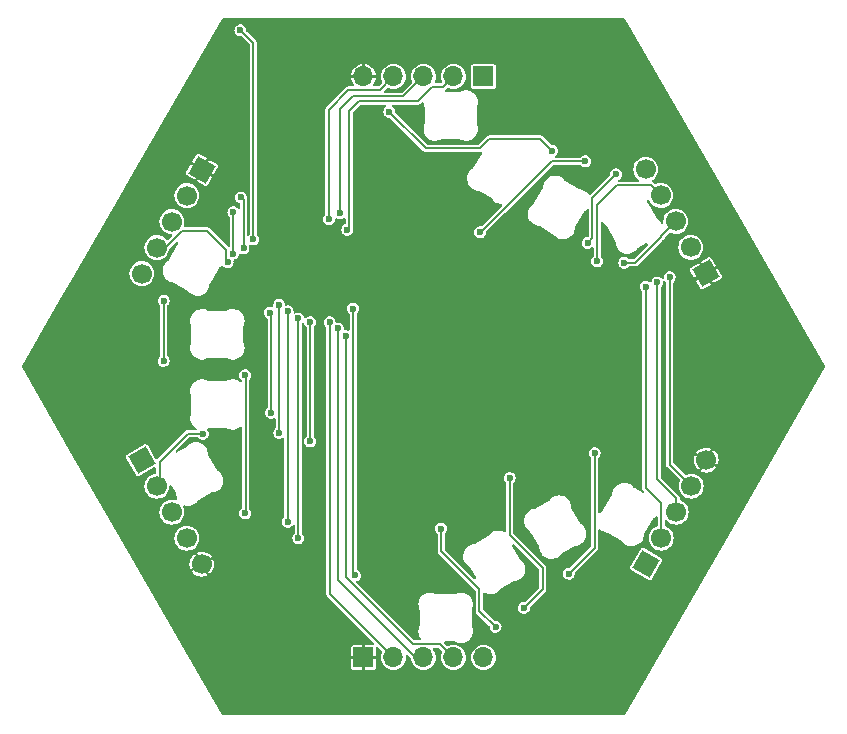
<source format=gbr>
%TF.GenerationSoftware,KiCad,Pcbnew,8.0.8*%
%TF.CreationDate,2025-04-07T12:59:42-04:00*%
%TF.ProjectId,pcb_tile_game_tile_aaa,7063625f-7469-46c6-955f-67616d655f74,1.0*%
%TF.SameCoordinates,Original*%
%TF.FileFunction,Copper,L2,Bot*%
%TF.FilePolarity,Positive*%
%FSLAX46Y46*%
G04 Gerber Fmt 4.6, Leading zero omitted, Abs format (unit mm)*
G04 Created by KiCad (PCBNEW 8.0.8) date 2025-04-07 12:59:42*
%MOMM*%
%LPD*%
G01*
G04 APERTURE LIST*
G04 Aperture macros list*
%AMHorizOval*
0 Thick line with rounded ends*
0 $1 width*
0 $2 $3 position (X,Y) of the first rounded end (center of the circle)*
0 $4 $5 position (X,Y) of the second rounded end (center of the circle)*
0 Add line between two ends*
20,1,$1,$2,$3,$4,$5,0*
0 Add two circle primitives to create the rounded ends*
1,1,$1,$2,$3*
1,1,$1,$4,$5*%
%AMRotRect*
0 Rectangle, with rotation*
0 The origin of the aperture is its center*
0 $1 length*
0 $2 width*
0 $3 Rotation angle, in degrees counterclockwise*
0 Add horizontal line*
21,1,$1,$2,0,0,$3*%
G04 Aperture macros list end*
%TA.AperFunction,ComponentPad*%
%ADD10R,1.700000X1.700000*%
%TD*%
%TA.AperFunction,ComponentPad*%
%ADD11O,1.700000X1.700000*%
%TD*%
%TA.AperFunction,ComponentPad*%
%ADD12RotRect,1.700000X1.700000X150.000000*%
%TD*%
%TA.AperFunction,ComponentPad*%
%ADD13HorizOval,1.700000X0.000000X0.000000X0.000000X0.000000X0*%
%TD*%
%TA.AperFunction,ComponentPad*%
%ADD14RotRect,1.700000X1.700000X330.000000*%
%TD*%
%TA.AperFunction,ComponentPad*%
%ADD15HorizOval,1.700000X0.000000X0.000000X0.000000X0.000000X0*%
%TD*%
%TA.AperFunction,ComponentPad*%
%ADD16RotRect,1.700000X1.700000X210.000000*%
%TD*%
%TA.AperFunction,ComponentPad*%
%ADD17HorizOval,1.700000X0.000000X0.000000X0.000000X0.000000X0*%
%TD*%
%TA.AperFunction,ComponentPad*%
%ADD18RotRect,1.700000X1.700000X30.000000*%
%TD*%
%TA.AperFunction,ComponentPad*%
%ADD19HorizOval,1.700000X0.000000X0.000000X0.000000X0.000000X0*%
%TD*%
%TA.AperFunction,ViaPad*%
%ADD20C,0.600000*%
%TD*%
%TA.AperFunction,Conductor*%
%ADD21C,0.200000*%
%TD*%
G04 APERTURE END LIST*
D10*
%TO.P,J2,1,Pin_1*%
%TO.N,VCC*%
X134980000Y-104600000D03*
D11*
%TO.P,J2,2,Pin_2*%
%TO.N,/TX_J2*%
X137520000Y-104600000D03*
%TO.P,J2,3,Pin_3*%
%TO.N,/DATA_J2*%
X140060000Y-104600000D03*
%TO.P,J2,4,Pin_4*%
%TO.N,/RX_J2*%
X142600000Y-104600000D03*
%TO.P,J2,5,Pin_5*%
%TO.N,GND*%
X145140000Y-104600000D03*
%TD*%
D12*
%TO.P,J3,1,Pin_1*%
%TO.N,GND*%
X158920000Y-96689409D03*
D13*
%TO.P,J3,2,Pin_2*%
%TO.N,/TX_J3*%
X160190000Y-94489704D03*
%TO.P,J3,3,Pin_3*%
%TO.N,/DATA_J3*%
X161460000Y-92290000D03*
%TO.P,J3,4,Pin_4*%
%TO.N,/RX_J3*%
X162730000Y-90090295D03*
%TO.P,J3,5,Pin_5*%
%TO.N,VCC*%
X164000000Y-87890591D03*
%TD*%
D14*
%TO.P,J6,1,Pin_1*%
%TO.N,VCC*%
X121300000Y-63300591D03*
D15*
%TO.P,J6,2,Pin_2*%
%TO.N,/TX_J6*%
X120030000Y-65500296D03*
%TO.P,J6,3,Pin_3*%
%TO.N,/DATA_J6*%
X118760000Y-67700000D03*
%TO.P,J6,4,Pin_4*%
%TO.N,/RX_J6*%
X117490000Y-69899705D03*
%TO.P,J6,5,Pin_5*%
%TO.N,GND*%
X116220000Y-72099409D03*
%TD*%
D16*
%TO.P,J4,1,Pin_1*%
%TO.N,VCC*%
X163963349Y-72075928D03*
D17*
%TO.P,J4,2,Pin_2*%
%TO.N,/TX_J4*%
X162693349Y-69876223D03*
%TO.P,J4,3,Pin_3*%
%TO.N,/DATA_J4*%
X161423349Y-67676519D03*
%TO.P,J4,4,Pin_4*%
%TO.N,/RX_J4*%
X160153349Y-65476814D03*
%TO.P,J4,5,Pin_5*%
%TO.N,GND*%
X158883349Y-63277110D03*
%TD*%
D18*
%TO.P,J1,1,Pin_1*%
%TO.N,GND*%
X116220000Y-87900591D03*
D19*
%TO.P,J1,2,Pin_2*%
%TO.N,/TX_J1*%
X117490000Y-90100296D03*
%TO.P,J1,3,Pin_3*%
%TO.N,/DATA_J1*%
X118760000Y-92300000D03*
%TO.P,J1,4,Pin_4*%
%TO.N,/RX_J1*%
X120030000Y-94499705D03*
%TO.P,J1,5,Pin_5*%
%TO.N,VCC*%
X121300000Y-96699409D03*
%TD*%
D10*
%TO.P,J5,1,Pin_1*%
%TO.N,GND*%
X145140000Y-55400000D03*
D11*
%TO.P,J5,2,Pin_2*%
%TO.N,/TX_J5*%
X142600000Y-55400000D03*
%TO.P,J5,3,Pin_3*%
%TO.N,/DATA_J5*%
X140060000Y-55400000D03*
%TO.P,J5,4,Pin_4*%
%TO.N,/RX_J5*%
X137520000Y-55400000D03*
%TO.P,J5,5,Pin_5*%
%TO.N,VCC*%
X134980000Y-55400000D03*
%TD*%
D20*
%TO.N,VCC*%
X149060000Y-101500000D03*
X126510000Y-82171285D03*
X152060000Y-60300000D03*
X155253829Y-96593829D03*
X147060000Y-57967636D03*
X126460000Y-67400000D03*
X126460000Y-77300000D03*
X122860000Y-67700000D03*
X156560000Y-62146947D03*
X150960000Y-99900000D03*
X123560000Y-88200000D03*
X153160000Y-98600000D03*
X149360000Y-59646947D03*
X126160000Y-73712500D03*
%TO.N,Net-(LED1-DOUT)*%
X156360000Y-63700000D03*
X153960000Y-69500000D03*
%TO.N,Net-(LED2-DOUT)*%
X144860000Y-68600000D03*
X153760000Y-62600000D03*
%TO.N,Net-(LED3-DOUT)*%
X137160000Y-58400000D03*
X150960000Y-61700000D03*
%TO.N,Net-(LED5-DOUT)*%
X141560000Y-93700000D03*
X146160000Y-102000000D03*
%TO.N,Net-(LED6-DOUT)*%
X148560000Y-100400000D03*
X147360000Y-89400000D03*
%TO.N,/DATA_J1*%
X128560000Y-93099998D03*
X128560000Y-75300000D03*
%TO.N,/TX_J1*%
X121376017Y-85661070D03*
X127850928Y-85600000D03*
X127850928Y-74750000D03*
%TO.N,/RX_J1*%
X129460000Y-94500000D03*
X129460000Y-75900000D03*
%TO.N,/TX_J2*%
X132110222Y-76219506D03*
%TO.N,/DATA_J2*%
X132810000Y-76744159D03*
%TO.N,/RX_J2*%
X133460000Y-77400000D03*
%TO.N,/RX_J3*%
X160909062Y-72400000D03*
%TO.N,/DATA_J3*%
X159860000Y-72850000D03*
%TO.N,/TX_J3*%
X158860000Y-73200000D03*
%TO.N,/RX_J4*%
X154760000Y-71050000D03*
%TO.N,/DATA_J4*%
X157060000Y-71179288D03*
%TO.N,/UPDI*%
X124560000Y-51500000D03*
X125660000Y-69200000D03*
%TO.N,/RX_J5*%
X132054139Y-67496185D03*
%TO.N,/TX_J5*%
X133610000Y-68400000D03*
%TO.N,/DATA_J5*%
X132960000Y-66999998D03*
%TO.N,Net-(LED7-DOUT)*%
X154560000Y-87300000D03*
X152360000Y-97500000D03*
%TO.N,Net-(LED10-DIN)*%
X124960000Y-92400000D03*
X124960000Y-80700000D03*
%TO.N,Net-(LED11-DOUT)*%
X118060000Y-79500000D03*
X118060000Y-74400000D03*
%TO.N,/DATA_J6*%
X123960000Y-66900000D03*
X123960000Y-70400000D03*
%TO.N,/RX_J6*%
X123476386Y-71130021D03*
%TO.N,/TX_J6*%
X124610002Y-65649998D03*
X124822352Y-69950000D03*
%TO.N,/LED_J1-J6*%
X130460000Y-76200000D03*
X130460000Y-86300000D03*
%TO.N,Net-(LED10-DOUT)*%
X127060000Y-75400000D03*
X127160000Y-83900000D03*
%TO.N,/LED_J2-J3*%
X134110000Y-75059620D03*
X134264952Y-97645056D03*
%TD*%
D21*
%TO.N,Net-(LED1-DOUT)*%
X156360000Y-63700000D02*
X154360000Y-65700000D01*
X154360000Y-65700000D02*
X154360000Y-69100000D01*
X154360000Y-69100000D02*
X153960000Y-69500000D01*
%TO.N,Net-(LED2-DOUT)*%
X144900245Y-68600000D02*
X150900245Y-62600000D01*
X144860000Y-68600000D02*
X144900245Y-68600000D01*
X150900245Y-62600000D02*
X153760000Y-62600000D01*
%TO.N,Net-(LED3-DOUT)*%
X137160000Y-58400000D02*
X140260000Y-61500000D01*
X144804848Y-61500000D02*
X145604848Y-60700000D01*
X149960000Y-60700000D02*
X150960000Y-61700000D01*
X145604848Y-60700000D02*
X149960000Y-60700000D01*
X140260000Y-61500000D02*
X144804848Y-61500000D01*
%TO.N,Net-(LED5-DOUT)*%
X141560000Y-95600000D02*
X141560000Y-93700000D01*
X146160000Y-102000000D02*
X144788327Y-100628327D01*
X144788327Y-100628327D02*
X144788327Y-98828327D01*
X144788327Y-98828327D02*
X141560000Y-95600000D01*
%TO.N,Net-(LED6-DOUT)*%
X148560000Y-100400000D02*
X150160000Y-98800000D01*
X147360000Y-94254007D02*
X147360000Y-89400000D01*
X150160000Y-98800000D02*
X150160000Y-97054007D01*
X150160000Y-97054007D02*
X147360000Y-94254007D01*
%TO.N,/DATA_J1*%
X128560000Y-75300000D02*
X128560000Y-92000000D01*
X128560000Y-92000000D02*
X128560000Y-93099998D01*
%TO.N,/TX_J1*%
X117721860Y-89868436D02*
X117721860Y-88036549D01*
X120097339Y-85661070D02*
X121376017Y-85661070D01*
X117721860Y-88036549D02*
X120097339Y-85661070D01*
X117490000Y-90100296D02*
X117721860Y-89868436D01*
X127850928Y-74750000D02*
X127850928Y-85600000D01*
%TO.N,/RX_J1*%
X129460000Y-93800000D02*
X129460000Y-94500000D01*
X129460000Y-75900000D02*
X129460000Y-93800000D01*
%TO.N,/TX_J2*%
X132110222Y-99190222D02*
X132110222Y-76219506D01*
X137520000Y-104600000D02*
X132110222Y-99190222D01*
%TO.N,/DATA_J2*%
X139360000Y-104600000D02*
X132810000Y-98050000D01*
X132810000Y-98050000D02*
X132810000Y-76744159D01*
X140060000Y-104600000D02*
X139360000Y-104600000D01*
%TO.N,/RX_J2*%
X141482931Y-103482931D02*
X142600000Y-104600000D01*
X133460000Y-77400000D02*
X133460000Y-97759343D01*
X133460000Y-97759343D02*
X139150657Y-103450000D01*
X140429871Y-103474943D02*
X140642931Y-103482931D01*
X140642931Y-103482931D02*
X141482931Y-103482931D01*
X140354759Y-103450000D02*
X140429871Y-103474943D01*
X139150657Y-103450000D02*
X140354759Y-103450000D01*
%TO.N,/RX_J3*%
X162730000Y-90090295D02*
X160909062Y-88269357D01*
X160909062Y-88269357D02*
X160909062Y-72400000D01*
%TO.N,/DATA_J3*%
X161460000Y-91087919D02*
X159860000Y-89487919D01*
X161460000Y-92290000D02*
X161460000Y-91087919D01*
X159860000Y-89487919D02*
X159860000Y-72850000D01*
%TO.N,/TX_J3*%
X158860000Y-73200000D02*
X158860000Y-90217859D01*
X158860000Y-90217859D02*
X160190000Y-91547859D01*
X160190000Y-91547859D02*
X160190000Y-94489704D01*
%TO.N,/RX_J4*%
X154760000Y-66332073D02*
X154760000Y-71050000D01*
X159303349Y-64626814D02*
X156465259Y-64626814D01*
X160153349Y-65476814D02*
X159303349Y-64626814D01*
X156465259Y-64626814D02*
X154760000Y-66332073D01*
%TO.N,/DATA_J4*%
X160086308Y-69068767D02*
X157975787Y-71179288D01*
X161423349Y-67676519D02*
X160256095Y-68843773D01*
X157975787Y-71179288D02*
X157060000Y-71179288D01*
X160256095Y-68843773D02*
X160086308Y-69068767D01*
%TO.N,/UPDI*%
X125660000Y-52600000D02*
X124560000Y-51500000D01*
X125660000Y-69200000D02*
X125660000Y-52600000D01*
%TO.N,/RX_J5*%
X132054139Y-58205861D02*
X132054139Y-67496185D01*
X136370000Y-56550000D02*
X133710000Y-56550000D01*
X133710000Y-56550000D02*
X132054139Y-58205861D01*
X137520000Y-55400000D02*
X136370000Y-56550000D01*
%TO.N,/TX_J5*%
X139578388Y-57500000D02*
X140778388Y-56300000D01*
X141700000Y-56300000D02*
X142600000Y-55400000D01*
X133760000Y-68250000D02*
X133610000Y-68400000D01*
X133760000Y-58300000D02*
X133760000Y-68250000D01*
X140778388Y-56300000D02*
X141700000Y-56300000D01*
X134560000Y-57500000D02*
X139578388Y-57500000D01*
X133760000Y-58300000D02*
X134560000Y-57500000D01*
%TO.N,/DATA_J5*%
X138360000Y-57100000D02*
X134060000Y-57100000D01*
X134060000Y-57100000D02*
X132960000Y-58200000D01*
X138360000Y-57100000D02*
X140060000Y-55400000D01*
X132960000Y-58200000D02*
X132960000Y-66999998D01*
%TO.N,Net-(LED7-DOUT)*%
X152360000Y-97500000D02*
X154560000Y-95300000D01*
X154560000Y-95300000D02*
X154560000Y-87300000D01*
%TO.N,Net-(LED10-DIN)*%
X125016806Y-92343194D02*
X125016806Y-80756806D01*
X124960000Y-92400000D02*
X125016806Y-92343194D01*
X125016806Y-80756806D02*
X124960000Y-80700000D01*
%TO.N,Net-(LED11-DOUT)*%
X118060000Y-79500000D02*
X118060000Y-74400000D01*
%TO.N,/DATA_J6*%
X123960000Y-70400000D02*
X123960000Y-67700000D01*
X123960000Y-67700000D02*
X123960000Y-66900000D01*
%TO.N,/RX_J6*%
X123345858Y-70085858D02*
X121749951Y-68489951D01*
X121749951Y-68489951D02*
X119596395Y-68489951D01*
X123476386Y-71130021D02*
X123345858Y-70999493D01*
X123345858Y-70999493D02*
X123345858Y-70085858D01*
X119596395Y-68489951D02*
X118186641Y-69899705D01*
X118186641Y-69899705D02*
X117490000Y-69899705D01*
%TO.N,/TX_J6*%
X124610002Y-65649998D02*
X124822352Y-65862348D01*
X124822352Y-65862348D02*
X124822352Y-69950000D01*
%TO.N,/LED_J1-J6*%
X130460000Y-76200000D02*
X130460000Y-86300000D01*
%TO.N,Net-(LED10-DOUT)*%
X127160000Y-83900000D02*
X127160000Y-75500000D01*
X127160000Y-75500000D02*
X127060000Y-75400000D01*
%TO.N,/LED_J2-J3*%
X134110000Y-75059620D02*
X134110000Y-97490104D01*
X134110000Y-97490104D02*
X134264952Y-97645056D01*
%TD*%
%TA.AperFunction,Conductor*%
%TO.N,VCC*%
G36*
X157092577Y-50519407D02*
G01*
X157120122Y-50549999D01*
X164799733Y-63851475D01*
X174094509Y-79950500D01*
X174107230Y-80010348D01*
X174094509Y-80049500D01*
X165915470Y-94216012D01*
X159310831Y-105655583D01*
X157120123Y-109450000D01*
X157074653Y-109490941D01*
X157034386Y-109499500D01*
X123085614Y-109499500D01*
X123027423Y-109480593D01*
X122999877Y-109450000D01*
X120799246Y-105638396D01*
X115638316Y-96699404D01*
X120244919Y-96699404D01*
X120244919Y-96699413D01*
X120265190Y-96905239D01*
X120265191Y-96905245D01*
X120325230Y-97103163D01*
X120325236Y-97103180D01*
X120343019Y-97136450D01*
X120343020Y-97136450D01*
X121004231Y-96754698D01*
X121020444Y-96815205D01*
X121059940Y-96883614D01*
X121104231Y-96927905D01*
X120442661Y-97309863D01*
X120442661Y-97309864D01*
X120553947Y-97445466D01*
X120713829Y-97576677D01*
X120713839Y-97576684D01*
X120896232Y-97674174D01*
X120896237Y-97674176D01*
X121094163Y-97734217D01*
X121094169Y-97734218D01*
X121299996Y-97754490D01*
X121300004Y-97754490D01*
X121505830Y-97734218D01*
X121505836Y-97734217D01*
X121703761Y-97674177D01*
X121737042Y-97656387D01*
X121355291Y-96995176D01*
X121415796Y-96978965D01*
X121484205Y-96939469D01*
X121528497Y-96895176D01*
X121910455Y-97556746D01*
X122046049Y-97445468D01*
X122046058Y-97445459D01*
X122177268Y-97285579D01*
X122177275Y-97285569D01*
X122274765Y-97103176D01*
X122274767Y-97103171D01*
X122334808Y-96905245D01*
X122334809Y-96905239D01*
X122355081Y-96699413D01*
X122355081Y-96699404D01*
X122334809Y-96493578D01*
X122334808Y-96493572D01*
X122274767Y-96295646D01*
X122274765Y-96295641D01*
X122256979Y-96262366D01*
X122256978Y-96262366D01*
X121595767Y-96644116D01*
X121579556Y-96583613D01*
X121540060Y-96515204D01*
X121495766Y-96470910D01*
X122157337Y-96088953D01*
X122157337Y-96088952D01*
X122046052Y-95953351D01*
X121886170Y-95822140D01*
X121886160Y-95822133D01*
X121703767Y-95724643D01*
X121703762Y-95724641D01*
X121505836Y-95664600D01*
X121505830Y-95664599D01*
X121300004Y-95644328D01*
X121299996Y-95644328D01*
X121094169Y-95664599D01*
X121094163Y-95664600D01*
X120896241Y-95724640D01*
X120896232Y-95724643D01*
X120862956Y-95742429D01*
X120862956Y-95742430D01*
X121244708Y-96403641D01*
X121184204Y-96419853D01*
X121115795Y-96459349D01*
X121071502Y-96503641D01*
X120689544Y-95842070D01*
X120689543Y-95842070D01*
X120553942Y-95953356D01*
X120422731Y-96113238D01*
X120422724Y-96113248D01*
X120325234Y-96295641D01*
X120325232Y-96295646D01*
X120265191Y-96493572D01*
X120265190Y-96493578D01*
X120244919Y-96699404D01*
X115638316Y-96699404D01*
X114368317Y-94499701D01*
X118974417Y-94499701D01*
X118974417Y-94499708D01*
X118994698Y-94705634D01*
X118994699Y-94705639D01*
X119054768Y-94903659D01*
X119152316Y-95086157D01*
X119275382Y-95236114D01*
X119283590Y-95246115D01*
X119283595Y-95246119D01*
X119443547Y-95377388D01*
X119443548Y-95377388D01*
X119443550Y-95377390D01*
X119626046Y-95474937D01*
X119723586Y-95504525D01*
X119824065Y-95535005D01*
X119824070Y-95535006D01*
X120029997Y-95555288D01*
X120030000Y-95555288D01*
X120030003Y-95555288D01*
X120235929Y-95535006D01*
X120235934Y-95535005D01*
X120244634Y-95532366D01*
X120433954Y-95474937D01*
X120616450Y-95377390D01*
X120776410Y-95246115D01*
X120907685Y-95086155D01*
X121005232Y-94903659D01*
X121065300Y-94705639D01*
X121065301Y-94705634D01*
X121085583Y-94499708D01*
X121085583Y-94499701D01*
X121065301Y-94293775D01*
X121065300Y-94293770D01*
X121032463Y-94185520D01*
X121005232Y-94095751D01*
X120907685Y-93913255D01*
X120899477Y-93903254D01*
X120776414Y-93753300D01*
X120776410Y-93753295D01*
X120752842Y-93733953D01*
X120616452Y-93622021D01*
X120433954Y-93524473D01*
X120235934Y-93464404D01*
X120235929Y-93464403D01*
X120030003Y-93444122D01*
X120029997Y-93444122D01*
X119824070Y-93464403D01*
X119824065Y-93464404D01*
X119626045Y-93524473D01*
X119443547Y-93622021D01*
X119283595Y-93753290D01*
X119283585Y-93753300D01*
X119152316Y-93913252D01*
X119054768Y-94095750D01*
X118994699Y-94293770D01*
X118994698Y-94293775D01*
X118974417Y-94499701D01*
X114368317Y-94499701D01*
X110394097Y-87616150D01*
X114856199Y-87616150D01*
X114856199Y-87616154D01*
X114875363Y-87672611D01*
X114875365Y-87672615D01*
X114875366Y-87672617D01*
X115745114Y-89179065D01*
X115745116Y-89179068D01*
X115784426Y-89223893D01*
X115784428Y-89223894D01*
X115784430Y-89223896D01*
X115855969Y-89259174D01*
X115935562Y-89264392D01*
X115992026Y-89245225D01*
X117272861Y-88505733D01*
X117332708Y-88493012D01*
X117388604Y-88517899D01*
X117419197Y-88570887D01*
X117421360Y-88591470D01*
X117421360Y-88961744D01*
X117402453Y-89019935D01*
X117352953Y-89055899D01*
X117332065Y-89060267D01*
X117284070Y-89064994D01*
X117284065Y-89064995D01*
X117086045Y-89125064D01*
X116903547Y-89222612D01*
X116743595Y-89353881D01*
X116743585Y-89353891D01*
X116612316Y-89513843D01*
X116514768Y-89696341D01*
X116454699Y-89894361D01*
X116454698Y-89894366D01*
X116434417Y-90100292D01*
X116434417Y-90100299D01*
X116454698Y-90306225D01*
X116454699Y-90306230D01*
X116514768Y-90504250D01*
X116612316Y-90686748D01*
X116735382Y-90836705D01*
X116743590Y-90846706D01*
X116743595Y-90846710D01*
X116903547Y-90977979D01*
X116903548Y-90977979D01*
X116903550Y-90977981D01*
X117086046Y-91075528D01*
X117203886Y-91111274D01*
X117284065Y-91135596D01*
X117284070Y-91135597D01*
X117489997Y-91155879D01*
X117490000Y-91155879D01*
X117490003Y-91155879D01*
X117695929Y-91135597D01*
X117695934Y-91135596D01*
X117893954Y-91075528D01*
X118076450Y-90977981D01*
X118236410Y-90846706D01*
X118367685Y-90686746D01*
X118465232Y-90504250D01*
X118525300Y-90306230D01*
X118525301Y-90306224D01*
X118539209Y-90165007D01*
X118545054Y-90105661D01*
X118569573Y-90049605D01*
X118622360Y-90018666D01*
X118683251Y-90024663D01*
X118728987Y-90065306D01*
X118729313Y-90065866D01*
X119088993Y-90688848D01*
X119089061Y-90688987D01*
X119111716Y-90728213D01*
X119124985Y-90778121D01*
X119124866Y-90807789D01*
X119124866Y-90807899D01*
X119124788Y-90823090D01*
X119124802Y-90823348D01*
X119124725Y-90842619D01*
X119156834Y-91022387D01*
X119213488Y-91173458D01*
X119216218Y-91234582D01*
X119182498Y-91285637D01*
X119125208Y-91307121D01*
X119092054Y-91302957D01*
X118965934Y-91264699D01*
X118965929Y-91264698D01*
X118760003Y-91244417D01*
X118759997Y-91244417D01*
X118554070Y-91264698D01*
X118554065Y-91264699D01*
X118356045Y-91324768D01*
X118173547Y-91422316D01*
X118013595Y-91553585D01*
X118013585Y-91553595D01*
X117882316Y-91713547D01*
X117784768Y-91896045D01*
X117724699Y-92094065D01*
X117724698Y-92094070D01*
X117704417Y-92299996D01*
X117704417Y-92300003D01*
X117724698Y-92505929D01*
X117724699Y-92505934D01*
X117784768Y-92703954D01*
X117882316Y-92886452D01*
X118013378Y-93046152D01*
X118013590Y-93046410D01*
X118013595Y-93046414D01*
X118173547Y-93177683D01*
X118173548Y-93177683D01*
X118173550Y-93177685D01*
X118356046Y-93275232D01*
X118493997Y-93317078D01*
X118554065Y-93335300D01*
X118554070Y-93335301D01*
X118759997Y-93355583D01*
X118760000Y-93355583D01*
X118760003Y-93355583D01*
X118965929Y-93335301D01*
X118965934Y-93335300D01*
X118990533Y-93327838D01*
X119163954Y-93275232D01*
X119346450Y-93177685D01*
X119506410Y-93046410D01*
X119637685Y-92886450D01*
X119735232Y-92703954D01*
X119795300Y-92505934D01*
X119795301Y-92505929D01*
X119815583Y-92300003D01*
X119815583Y-92299996D01*
X119795301Y-92094070D01*
X119795300Y-92094065D01*
X119772532Y-92019009D01*
X119735232Y-91896046D01*
X119712356Y-91853249D01*
X119701601Y-91793019D01*
X119728302Y-91737967D01*
X119782262Y-91709124D01*
X119829100Y-91712059D01*
X119912304Y-91737967D01*
X119915355Y-91738917D01*
X120096654Y-91760747D01*
X120278910Y-91749397D01*
X120456099Y-91705241D01*
X120622368Y-91629738D01*
X120772222Y-91525384D01*
X120900709Y-91395627D01*
X120911029Y-91380531D01*
X120911825Y-91379517D01*
X120915094Y-91374724D01*
X120939424Y-91339046D01*
X120971711Y-91309092D01*
X121009119Y-91287495D01*
X121009119Y-91287494D01*
X121032087Y-91274234D01*
X121032089Y-91274231D01*
X122149722Y-90628966D01*
X122191677Y-90615992D01*
X122192097Y-90615959D01*
X122199395Y-90615403D01*
X122234851Y-90612745D01*
X122234852Y-90612744D01*
X122240823Y-90612297D01*
X122241669Y-90612176D01*
X122260227Y-90610761D01*
X122436834Y-90564357D01*
X122602123Y-90486749D01*
X122750633Y-90380504D01*
X122877457Y-90249130D01*
X122978404Y-90096968D01*
X123050139Y-89929047D01*
X123090292Y-89750915D01*
X123097536Y-89568457D01*
X123071631Y-89387702D01*
X123056556Y-89342867D01*
X123013438Y-89214631D01*
X123013434Y-89214622D01*
X122924867Y-89054935D01*
X122808863Y-88913928D01*
X122808862Y-88913927D01*
X122808858Y-88913922D01*
X122669238Y-88796237D01*
X122653298Y-88787119D01*
X122652318Y-88786470D01*
X122613401Y-88764264D01*
X122576723Y-88727767D01*
X122554078Y-88688532D01*
X122554001Y-88688417D01*
X121831720Y-87437391D01*
X121831709Y-87437369D01*
X121809208Y-87398399D01*
X121795943Y-87348379D01*
X121796146Y-87309411D01*
X121796145Y-87309408D01*
X121796174Y-87303902D01*
X121796063Y-87302098D01*
X121796136Y-87284022D01*
X121764022Y-87104279D01*
X121699902Y-86933319D01*
X121605895Y-86776789D01*
X121593157Y-86762349D01*
X121485108Y-86639861D01*
X121378310Y-86555957D01*
X121341529Y-86527060D01*
X121341525Y-86527058D01*
X121341524Y-86527057D01*
X121180559Y-86442456D01*
X121179903Y-86442111D01*
X121005572Y-86387823D01*
X121005569Y-86387822D01*
X121005570Y-86387822D01*
X120824300Y-86365987D01*
X120824293Y-86365986D01*
X120642053Y-86377327D01*
X120464883Y-86421465D01*
X120418646Y-86442457D01*
X120298624Y-86496947D01*
X120255377Y-86527057D01*
X120148778Y-86601274D01*
X120020289Y-86731006D01*
X120020285Y-86731010D01*
X120009899Y-86746197D01*
X120008839Y-86747552D01*
X119981552Y-86787587D01*
X119949216Y-86817583D01*
X119906745Y-86842082D01*
X119906383Y-86842323D01*
X119220036Y-87238587D01*
X119160188Y-87251309D01*
X119104292Y-87226422D01*
X119073699Y-87173434D01*
X119080095Y-87112584D01*
X119100532Y-87082847D01*
X119452370Y-86731010D01*
X120192814Y-85990566D01*
X120247331Y-85962789D01*
X120262818Y-85961570D01*
X120928934Y-85961570D01*
X120987125Y-85980477D01*
X121003750Y-85995737D01*
X121044889Y-86043213D01*
X121165964Y-86121023D01*
X121272420Y-86152281D01*
X121304052Y-86161569D01*
X121304053Y-86161569D01*
X121304056Y-86161570D01*
X121304058Y-86161570D01*
X121447976Y-86161570D01*
X121447978Y-86161570D01*
X121586070Y-86121023D01*
X121707145Y-86043213D01*
X121801394Y-85934443D01*
X121861182Y-85803527D01*
X121881664Y-85661070D01*
X121861182Y-85518613D01*
X121801394Y-85387697D01*
X121765108Y-85345821D01*
X121741292Y-85289462D01*
X121755151Y-85229867D01*
X121789960Y-85195527D01*
X121792517Y-85194033D01*
X121842485Y-85180502D01*
X121881392Y-85180507D01*
X121881394Y-85180506D01*
X121887842Y-85180507D01*
X121887963Y-85180500D01*
X123377507Y-85180500D01*
X123427462Y-85194028D01*
X123465686Y-85216368D01*
X123467527Y-85217286D01*
X123483077Y-85226348D01*
X123580796Y-85261670D01*
X123654787Y-85288416D01*
X123654790Y-85288416D01*
X123654799Y-85288420D01*
X123834920Y-85318381D01*
X124017488Y-85315240D01*
X124196472Y-85279103D01*
X124365958Y-85211163D01*
X124520344Y-85113664D01*
X124550165Y-85086144D01*
X124605751Y-85060574D01*
X124665751Y-85072560D01*
X124707246Y-85117524D01*
X124716306Y-85158897D01*
X124716306Y-91907608D01*
X124697399Y-91965799D01*
X124670830Y-91990892D01*
X124628872Y-92017856D01*
X124534622Y-92126628D01*
X124474834Y-92257543D01*
X124454353Y-92399997D01*
X124454353Y-92400002D01*
X124474834Y-92542456D01*
X124532399Y-92668503D01*
X124534623Y-92673373D01*
X124594913Y-92742952D01*
X124628873Y-92782144D01*
X124744261Y-92856299D01*
X124749947Y-92859953D01*
X124854407Y-92890625D01*
X124888035Y-92900499D01*
X124888036Y-92900499D01*
X124888039Y-92900500D01*
X124888041Y-92900500D01*
X125031959Y-92900500D01*
X125031961Y-92900500D01*
X125170053Y-92859953D01*
X125291128Y-92782143D01*
X125385377Y-92673373D01*
X125445165Y-92542457D01*
X125465647Y-92400000D01*
X125458165Y-92347963D01*
X125445165Y-92257543D01*
X125442529Y-92251770D01*
X125385377Y-92126627D01*
X125357167Y-92094070D01*
X125341486Y-92075972D01*
X125317669Y-92019612D01*
X125317306Y-92011142D01*
X125317306Y-81088855D01*
X125336213Y-81030664D01*
X125341471Y-81024043D01*
X125385377Y-80973373D01*
X125445165Y-80842457D01*
X125465647Y-80700000D01*
X125445165Y-80557543D01*
X125385377Y-80426627D01*
X125291128Y-80317857D01*
X125291127Y-80317856D01*
X125291126Y-80317855D01*
X125170057Y-80240049D01*
X125170054Y-80240047D01*
X125170053Y-80240047D01*
X125170050Y-80240046D01*
X125031964Y-80199500D01*
X125031961Y-80199500D01*
X124888039Y-80199500D01*
X124888035Y-80199500D01*
X124749949Y-80240046D01*
X124749942Y-80240049D01*
X124628873Y-80317855D01*
X124534622Y-80426628D01*
X124474834Y-80557543D01*
X124454353Y-80699997D01*
X124454353Y-80700002D01*
X124474834Y-80842456D01*
X124534622Y-80973371D01*
X124534623Y-80973373D01*
X124628872Y-81082143D01*
X124633509Y-81087494D01*
X124632357Y-81088491D01*
X124659752Y-81133917D01*
X124654517Y-81194878D01*
X124614450Y-81241120D01*
X124554854Y-81254979D01*
X124510464Y-81240048D01*
X124365977Y-81148802D01*
X124196485Y-81080858D01*
X124196484Y-81080857D01*
X124196480Y-81080856D01*
X124017494Y-81044719D01*
X124017485Y-81044718D01*
X123834918Y-81041577D01*
X123654795Y-81071539D01*
X123654792Y-81071539D01*
X123654790Y-81071540D01*
X123654788Y-81071540D01*
X123654778Y-81071543D01*
X123483062Y-81133613D01*
X123467166Y-81142875D01*
X123466035Y-81143441D01*
X123427459Y-81165978D01*
X123377513Y-81179496D01*
X123338608Y-81179494D01*
X123338606Y-81179494D01*
X123332148Y-81179494D01*
X123332042Y-81179501D01*
X121888038Y-81179501D01*
X121887933Y-81179494D01*
X121842485Y-81179497D01*
X121792538Y-81165978D01*
X121754159Y-81143556D01*
X121752496Y-81142727D01*
X121742464Y-81136881D01*
X121736921Y-81133650D01*
X121736918Y-81133649D01*
X121565211Y-81071583D01*
X121565196Y-81071579D01*
X121385075Y-81041618D01*
X121202519Y-81044759D01*
X121202510Y-81044760D01*
X121023529Y-81080896D01*
X120854041Y-81148838D01*
X120699650Y-81246339D01*
X120565473Y-81370166D01*
X120565470Y-81370169D01*
X120455920Y-81516246D01*
X120374618Y-81679749D01*
X120374615Y-81679756D01*
X120324261Y-81855253D01*
X120324259Y-81855262D01*
X120306504Y-82036995D01*
X120321939Y-82218935D01*
X120370054Y-82395072D01*
X120370056Y-82395078D01*
X120377204Y-82409973D01*
X120378007Y-82411646D01*
X120378648Y-82413237D01*
X120399681Y-82456892D01*
X120409493Y-82499892D01*
X120409478Y-82549213D01*
X120409501Y-82549562D01*
X120409501Y-83810488D01*
X120409492Y-83810626D01*
X120409497Y-83860103D01*
X120399755Y-83902938D01*
X120395920Y-83910931D01*
X120395862Y-83911051D01*
X120378461Y-83947192D01*
X120378156Y-83947948D01*
X120370020Y-83964902D01*
X120348835Y-84042456D01*
X120321900Y-84141055D01*
X120306463Y-84323004D01*
X120324219Y-84504742D01*
X120374579Y-84680263D01*
X120455881Y-84843768D01*
X120565438Y-84989855D01*
X120699595Y-85113664D01*
X120699627Y-85113693D01*
X120699629Y-85113695D01*
X120801239Y-85177865D01*
X120840344Y-85224923D01*
X120844321Y-85285979D01*
X120811650Y-85337711D01*
X120754811Y-85360361D01*
X120748377Y-85360570D01*
X120136901Y-85360570D01*
X120057777Y-85360570D01*
X120011000Y-85373103D01*
X119981346Y-85381049D01*
X119912832Y-85420606D01*
X117524183Y-87809255D01*
X117469666Y-87837032D01*
X117409234Y-87827461D01*
X117368442Y-87788751D01*
X116694886Y-86622117D01*
X116694883Y-86622114D01*
X116694883Y-86622113D01*
X116655573Y-86577288D01*
X116655571Y-86577287D01*
X116655570Y-86577286D01*
X116584031Y-86542008D01*
X116557500Y-86540268D01*
X116504440Y-86536790D01*
X116504436Y-86536790D01*
X116447979Y-86555954D01*
X114941522Y-87425707D01*
X114896697Y-87465017D01*
X114896696Y-87465019D01*
X114861417Y-87536559D01*
X114861417Y-87536561D01*
X114856199Y-87616150D01*
X110394097Y-87616150D01*
X106025488Y-80049497D01*
X106012768Y-79989652D01*
X106025487Y-79950503D01*
X109230073Y-74399997D01*
X117554353Y-74399997D01*
X117554353Y-74400002D01*
X117574834Y-74542456D01*
X117634623Y-74673373D01*
X117733509Y-74787494D01*
X117731471Y-74789259D01*
X117756925Y-74831458D01*
X117759500Y-74853893D01*
X117759500Y-79046105D01*
X117740593Y-79104296D01*
X117733258Y-79112289D01*
X117733509Y-79112506D01*
X117728872Y-79117856D01*
X117728872Y-79117857D01*
X117660915Y-79196283D01*
X117634622Y-79226628D01*
X117574834Y-79357543D01*
X117554353Y-79499997D01*
X117554353Y-79500002D01*
X117574834Y-79642456D01*
X117634622Y-79773371D01*
X117634623Y-79773373D01*
X117663600Y-79806814D01*
X117728873Y-79882144D01*
X117849942Y-79959950D01*
X117849947Y-79959953D01*
X117951094Y-79989652D01*
X117988035Y-80000499D01*
X117988036Y-80000499D01*
X117988039Y-80000500D01*
X117988041Y-80000500D01*
X118131959Y-80000500D01*
X118131961Y-80000500D01*
X118270053Y-79959953D01*
X118391128Y-79882143D01*
X118485377Y-79773373D01*
X118545165Y-79642457D01*
X118565647Y-79500000D01*
X118545165Y-79357543D01*
X118485377Y-79226627D01*
X118391128Y-79117857D01*
X118391127Y-79117856D01*
X118386491Y-79112506D01*
X118388524Y-79110743D01*
X118363067Y-79068505D01*
X118360500Y-79046105D01*
X118360500Y-78383003D01*
X120306463Y-78383003D01*
X120324218Y-78564737D01*
X120324219Y-78564742D01*
X120374579Y-78740263D01*
X120455881Y-78903768D01*
X120565438Y-79049855D01*
X120565441Y-79049857D01*
X120565443Y-79049860D01*
X120639124Y-79117857D01*
X120699595Y-79173664D01*
X120699627Y-79173693D01*
X120699629Y-79173695D01*
X120854015Y-79271194D01*
X120854016Y-79271194D01*
X120854022Y-79271198D01*
X121023514Y-79339142D01*
X121023517Y-79339142D01*
X121023518Y-79339143D01*
X121058283Y-79346162D01*
X121202505Y-79375281D01*
X121364794Y-79378073D01*
X121385080Y-79378422D01*
X121385080Y-79378421D01*
X121385081Y-79378422D01*
X121565210Y-79348460D01*
X121736938Y-79286386D01*
X121752741Y-79277176D01*
X121753849Y-79276624D01*
X121758864Y-79273693D01*
X121758870Y-79273692D01*
X121792537Y-79254021D01*
X121842485Y-79240502D01*
X121881392Y-79240507D01*
X121881394Y-79240506D01*
X121887842Y-79240507D01*
X121887963Y-79240500D01*
X123377507Y-79240500D01*
X123427462Y-79254028D01*
X123465686Y-79276368D01*
X123467527Y-79277286D01*
X123483077Y-79286348D01*
X123580796Y-79321670D01*
X123654787Y-79348416D01*
X123654790Y-79348416D01*
X123654799Y-79348420D01*
X123834920Y-79378381D01*
X124017488Y-79375240D01*
X124196472Y-79339103D01*
X124365958Y-79271163D01*
X124520344Y-79173664D01*
X124654531Y-79049829D01*
X124764083Y-78903748D01*
X124845382Y-78740250D01*
X124895741Y-78564736D01*
X124913496Y-78383006D01*
X124898060Y-78201064D01*
X124849944Y-78024922D01*
X124842025Y-78008422D01*
X124841494Y-78007100D01*
X124820300Y-77963083D01*
X124810499Y-77920134D01*
X124810499Y-76559889D01*
X124820245Y-76517055D01*
X124823913Y-76509412D01*
X124823969Y-76509297D01*
X124836030Y-76484247D01*
X124839019Y-76478040D01*
X124839019Y-76478039D01*
X124841626Y-76472625D01*
X124841923Y-76471884D01*
X124849982Y-76455093D01*
X124898100Y-76278944D01*
X124913537Y-76096994D01*
X124895781Y-75915257D01*
X124895778Y-75915246D01*
X124845422Y-75739742D01*
X124845421Y-75739740D01*
X124845420Y-75739736D01*
X124764118Y-75576231D01*
X124654562Y-75430145D01*
X124654558Y-75430141D01*
X124654556Y-75430139D01*
X124621895Y-75399997D01*
X126554353Y-75399997D01*
X126554353Y-75400002D01*
X126574834Y-75542456D01*
X126613275Y-75626628D01*
X126634623Y-75673373D01*
X126707556Y-75757543D01*
X126728873Y-75782144D01*
X126814023Y-75836866D01*
X126852754Y-75884232D01*
X126859500Y-75920150D01*
X126859500Y-83446105D01*
X126840593Y-83504296D01*
X126833258Y-83512289D01*
X126833509Y-83512506D01*
X126734622Y-83626628D01*
X126674834Y-83757543D01*
X126654353Y-83899997D01*
X126654353Y-83900002D01*
X126674834Y-84042456D01*
X126703863Y-84106019D01*
X126734623Y-84173373D01*
X126828872Y-84282143D01*
X126828873Y-84282144D01*
X126949942Y-84359950D01*
X126949947Y-84359953D01*
X127056403Y-84391211D01*
X127088035Y-84400499D01*
X127088036Y-84400499D01*
X127088039Y-84400500D01*
X127088041Y-84400500D01*
X127231959Y-84400500D01*
X127231961Y-84400500D01*
X127370053Y-84359953D01*
X127397905Y-84342053D01*
X127457078Y-84326498D01*
X127514095Y-84348696D01*
X127547175Y-84400168D01*
X127550428Y-84425337D01*
X127550428Y-85146105D01*
X127531521Y-85204296D01*
X127524186Y-85212289D01*
X127524437Y-85212506D01*
X127519800Y-85217856D01*
X127519800Y-85217857D01*
X127466697Y-85279142D01*
X127425550Y-85326628D01*
X127365762Y-85457543D01*
X127345281Y-85599997D01*
X127345281Y-85600002D01*
X127365762Y-85742456D01*
X127393653Y-85803527D01*
X127425551Y-85873373D01*
X127519800Y-85982143D01*
X127519801Y-85982144D01*
X127614830Y-86043215D01*
X127640875Y-86059953D01*
X127738129Y-86088509D01*
X127778963Y-86100499D01*
X127778964Y-86100499D01*
X127778967Y-86100500D01*
X127778969Y-86100500D01*
X127922887Y-86100500D01*
X127922889Y-86100500D01*
X128060981Y-86059953D01*
X128106978Y-86030392D01*
X128166151Y-86014838D01*
X128223168Y-86037037D01*
X128256247Y-86088509D01*
X128259500Y-86113677D01*
X128259500Y-92646103D01*
X128240593Y-92704294D01*
X128233258Y-92712287D01*
X128233509Y-92712504D01*
X128228872Y-92717854D01*
X128228872Y-92717855D01*
X128179708Y-92774594D01*
X128134622Y-92826626D01*
X128074834Y-92957541D01*
X128054353Y-93099995D01*
X128054353Y-93100000D01*
X128074834Y-93242454D01*
X128122424Y-93346659D01*
X128134623Y-93373371D01*
X128190495Y-93437851D01*
X128228873Y-93482142D01*
X128346200Y-93557543D01*
X128349947Y-93559951D01*
X128424100Y-93581724D01*
X128488035Y-93600497D01*
X128488036Y-93600497D01*
X128488039Y-93600498D01*
X128488041Y-93600498D01*
X128631959Y-93600498D01*
X128631961Y-93600498D01*
X128770053Y-93559951D01*
X128891128Y-93482141D01*
X128985377Y-93373371D01*
X128985378Y-93373368D01*
X128985680Y-93373020D01*
X129038076Y-93341424D01*
X129099037Y-93346659D01*
X129145278Y-93386727D01*
X129159500Y-93437851D01*
X129159500Y-94046105D01*
X129140593Y-94104296D01*
X129133258Y-94112289D01*
X129133509Y-94112506D01*
X129128872Y-94117856D01*
X129128872Y-94117857D01*
X129085026Y-94168458D01*
X129034622Y-94226628D01*
X128974834Y-94357543D01*
X128954353Y-94499997D01*
X128954353Y-94500002D01*
X128974834Y-94642456D01*
X129020790Y-94743084D01*
X129034623Y-94773373D01*
X129116645Y-94868032D01*
X129128873Y-94882144D01*
X129249211Y-94959480D01*
X129249947Y-94959953D01*
X129356403Y-94991211D01*
X129388035Y-95000499D01*
X129388036Y-95000499D01*
X129388039Y-95000500D01*
X129388041Y-95000500D01*
X129531959Y-95000500D01*
X129531961Y-95000500D01*
X129670053Y-94959953D01*
X129791128Y-94882143D01*
X129885377Y-94773373D01*
X129945165Y-94642457D01*
X129965647Y-94500000D01*
X129964167Y-94489707D01*
X129945165Y-94357543D01*
X129885377Y-94226627D01*
X129791128Y-94117857D01*
X129791127Y-94117856D01*
X129786491Y-94112506D01*
X129788524Y-94110743D01*
X129763067Y-94068505D01*
X129760500Y-94046105D01*
X129760500Y-86335924D01*
X129770597Y-86304847D01*
X129760500Y-86264075D01*
X129760500Y-76353893D01*
X129779407Y-76295702D01*
X129786740Y-76287713D01*
X129786489Y-76287496D01*
X129791126Y-76282144D01*
X129791128Y-76282143D01*
X129799292Y-76272720D01*
X129851685Y-76241124D01*
X129912646Y-76246359D01*
X129958888Y-76286425D01*
X129972103Y-76323461D01*
X129974834Y-76342456D01*
X129983743Y-76361963D01*
X130034623Y-76473373D01*
X130089991Y-76537272D01*
X130133509Y-76587494D01*
X130131471Y-76589259D01*
X130156925Y-76631458D01*
X130159500Y-76653893D01*
X130159500Y-85846105D01*
X130140593Y-85904296D01*
X130133258Y-85912289D01*
X130133509Y-85912506D01*
X130128872Y-85917856D01*
X130128872Y-85917857D01*
X130090995Y-85961570D01*
X130034622Y-86026628D01*
X129974834Y-86157543D01*
X129957492Y-86278164D01*
X129947782Y-86297911D01*
X129957492Y-86321835D01*
X129974834Y-86442456D01*
X129999720Y-86496947D01*
X130034623Y-86573373D01*
X130076860Y-86622117D01*
X130128873Y-86682144D01*
X130237240Y-86751787D01*
X130249947Y-86759953D01*
X130344061Y-86787587D01*
X130388035Y-86800499D01*
X130388036Y-86800499D01*
X130388039Y-86800500D01*
X130388041Y-86800500D01*
X130531959Y-86800500D01*
X130531961Y-86800500D01*
X130670053Y-86759953D01*
X130791128Y-86682143D01*
X130885377Y-86573373D01*
X130945165Y-86442457D01*
X130965647Y-86300000D01*
X130962507Y-86278164D01*
X130945165Y-86157543D01*
X130919114Y-86100500D01*
X130885377Y-86026627D01*
X130791128Y-85917857D01*
X130791127Y-85917856D01*
X130786491Y-85912506D01*
X130788524Y-85910743D01*
X130763067Y-85868505D01*
X130760500Y-85846105D01*
X130760500Y-76653893D01*
X130779407Y-76595702D01*
X130786741Y-76587711D01*
X130786491Y-76587494D01*
X130810411Y-76559889D01*
X130885377Y-76473373D01*
X130945165Y-76342457D01*
X130962338Y-76223015D01*
X130962843Y-76219503D01*
X131604575Y-76219503D01*
X131604575Y-76219508D01*
X131625056Y-76361962D01*
X131684845Y-76492879D01*
X131723311Y-76537272D01*
X131783731Y-76607000D01*
X131781693Y-76608765D01*
X131807147Y-76650964D01*
X131809722Y-76673399D01*
X131809722Y-99229786D01*
X131813996Y-99245736D01*
X131830201Y-99306211D01*
X131850847Y-99341971D01*
X131869762Y-99374733D01*
X133965533Y-101470504D01*
X135876025Y-103380996D01*
X135903802Y-103435513D01*
X135894231Y-103495945D01*
X135850966Y-103539210D01*
X135806021Y-103550000D01*
X135080001Y-103550000D01*
X135080000Y-103550001D01*
X135080000Y-104316211D01*
X135019496Y-104300000D01*
X134940504Y-104300000D01*
X134880000Y-104316211D01*
X134880000Y-103550001D01*
X134879999Y-103550000D01*
X134110299Y-103550000D01*
X134051963Y-103561603D01*
X133985810Y-103605806D01*
X133985806Y-103605810D01*
X133941603Y-103671963D01*
X133930000Y-103730299D01*
X133930000Y-104499999D01*
X133930001Y-104500000D01*
X134696212Y-104500000D01*
X134680000Y-104560504D01*
X134680000Y-104639496D01*
X134696212Y-104700000D01*
X133930001Y-104700000D01*
X133930000Y-104700001D01*
X133930000Y-105469700D01*
X133941603Y-105528036D01*
X133985806Y-105594189D01*
X133985810Y-105594193D01*
X134051963Y-105638396D01*
X134110299Y-105649999D01*
X134110303Y-105650000D01*
X134879999Y-105650000D01*
X134880000Y-105649999D01*
X134880000Y-104883788D01*
X134940504Y-104900000D01*
X135019496Y-104900000D01*
X135080000Y-104883788D01*
X135080000Y-105649999D01*
X135080001Y-105650000D01*
X135849697Y-105650000D01*
X135849700Y-105649999D01*
X135908036Y-105638396D01*
X135974189Y-105594193D01*
X135974193Y-105594189D01*
X136018396Y-105528036D01*
X136029999Y-105469700D01*
X136030000Y-105469697D01*
X136030000Y-104700001D01*
X136029999Y-104700000D01*
X135263788Y-104700000D01*
X135280000Y-104639496D01*
X135280000Y-104560504D01*
X135263788Y-104500000D01*
X136029999Y-104500000D01*
X136030000Y-104499999D01*
X136030000Y-103773978D01*
X136048907Y-103715787D01*
X136098407Y-103679823D01*
X136159593Y-103679823D01*
X136199004Y-103703975D01*
X136543812Y-104048784D01*
X136571589Y-104103300D01*
X136562018Y-104163732D01*
X136561120Y-104165453D01*
X136544769Y-104196044D01*
X136544766Y-104196052D01*
X136484699Y-104394065D01*
X136484698Y-104394070D01*
X136464417Y-104599996D01*
X136464417Y-104600003D01*
X136484698Y-104805929D01*
X136484699Y-104805934D01*
X136544768Y-105003954D01*
X136642316Y-105186452D01*
X136773585Y-105346404D01*
X136773590Y-105346410D01*
X136773595Y-105346414D01*
X136933547Y-105477683D01*
X136933548Y-105477683D01*
X136933550Y-105477685D01*
X137116046Y-105575232D01*
X137253997Y-105617078D01*
X137314065Y-105635300D01*
X137314070Y-105635301D01*
X137519997Y-105655583D01*
X137520000Y-105655583D01*
X137520003Y-105655583D01*
X137725929Y-105635301D01*
X137725934Y-105635300D01*
X137923954Y-105575232D01*
X138106450Y-105477685D01*
X138266410Y-105346410D01*
X138397685Y-105186450D01*
X138495232Y-105003954D01*
X138555300Y-104805934D01*
X138555301Y-104805929D01*
X138575583Y-104600003D01*
X138575583Y-104599997D01*
X138563433Y-104476639D01*
X138576545Y-104416875D01*
X138622282Y-104376232D01*
X138683172Y-104370235D01*
X138731960Y-104396931D01*
X138986950Y-104651921D01*
X139014727Y-104706438D01*
X139015469Y-104712220D01*
X139024700Y-104805934D01*
X139024701Y-104805939D01*
X139084768Y-105003954D01*
X139182316Y-105186452D01*
X139313585Y-105346404D01*
X139313590Y-105346410D01*
X139313595Y-105346414D01*
X139473547Y-105477683D01*
X139473548Y-105477683D01*
X139473550Y-105477685D01*
X139656046Y-105575232D01*
X139793997Y-105617078D01*
X139854065Y-105635300D01*
X139854070Y-105635301D01*
X140059997Y-105655583D01*
X140060000Y-105655583D01*
X140060003Y-105655583D01*
X140265929Y-105635301D01*
X140265934Y-105635300D01*
X140463954Y-105575232D01*
X140646450Y-105477685D01*
X140806410Y-105346410D01*
X140937685Y-105186450D01*
X141035232Y-105003954D01*
X141095300Y-104805934D01*
X141095301Y-104805929D01*
X141115583Y-104600003D01*
X141115583Y-104599996D01*
X141095301Y-104394070D01*
X141095300Y-104394065D01*
X141066766Y-104300000D01*
X141035232Y-104196046D01*
X140937685Y-104013550D01*
X140937683Y-104013547D01*
X140881622Y-103945236D01*
X140859322Y-103888259D01*
X140874771Y-103829056D01*
X140922068Y-103790241D01*
X140958150Y-103783431D01*
X141317452Y-103783431D01*
X141375643Y-103802338D01*
X141387456Y-103812427D01*
X141623812Y-104048783D01*
X141651589Y-104103300D01*
X141642018Y-104163732D01*
X141641120Y-104165453D01*
X141624769Y-104196044D01*
X141624766Y-104196052D01*
X141564699Y-104394065D01*
X141564698Y-104394070D01*
X141544417Y-104599996D01*
X141544417Y-104600003D01*
X141564698Y-104805929D01*
X141564699Y-104805934D01*
X141624768Y-105003954D01*
X141722316Y-105186452D01*
X141853585Y-105346404D01*
X141853590Y-105346410D01*
X141853595Y-105346414D01*
X142013547Y-105477683D01*
X142013548Y-105477683D01*
X142013550Y-105477685D01*
X142196046Y-105575232D01*
X142333997Y-105617078D01*
X142394065Y-105635300D01*
X142394070Y-105635301D01*
X142599997Y-105655583D01*
X142600000Y-105655583D01*
X142600003Y-105655583D01*
X142805929Y-105635301D01*
X142805934Y-105635300D01*
X143003954Y-105575232D01*
X143186450Y-105477685D01*
X143346410Y-105346410D01*
X143477685Y-105186450D01*
X143575232Y-105003954D01*
X143635300Y-104805934D01*
X143635301Y-104805929D01*
X143655583Y-104600003D01*
X143655583Y-104599996D01*
X144084417Y-104599996D01*
X144084417Y-104600003D01*
X144104698Y-104805929D01*
X144104699Y-104805934D01*
X144164768Y-105003954D01*
X144262316Y-105186452D01*
X144393585Y-105346404D01*
X144393590Y-105346410D01*
X144393595Y-105346414D01*
X144553547Y-105477683D01*
X144553548Y-105477683D01*
X144553550Y-105477685D01*
X144736046Y-105575232D01*
X144873997Y-105617078D01*
X144934065Y-105635300D01*
X144934070Y-105635301D01*
X145139997Y-105655583D01*
X145140000Y-105655583D01*
X145140003Y-105655583D01*
X145345929Y-105635301D01*
X145345934Y-105635300D01*
X145543954Y-105575232D01*
X145726450Y-105477685D01*
X145886410Y-105346410D01*
X146017685Y-105186450D01*
X146115232Y-105003954D01*
X146175300Y-104805934D01*
X146175301Y-104805929D01*
X146195583Y-104600003D01*
X146195583Y-104599996D01*
X146175301Y-104394070D01*
X146175300Y-104394065D01*
X146146766Y-104300000D01*
X146115232Y-104196046D01*
X146017685Y-104013550D01*
X146010379Y-104004648D01*
X145886414Y-103853595D01*
X145886410Y-103853590D01*
X145856515Y-103829056D01*
X145726452Y-103722316D01*
X145543954Y-103624768D01*
X145345934Y-103564699D01*
X145345929Y-103564698D01*
X145140003Y-103544417D01*
X145139997Y-103544417D01*
X144934070Y-103564698D01*
X144934065Y-103564699D01*
X144736045Y-103624768D01*
X144553547Y-103722316D01*
X144393595Y-103853585D01*
X144393585Y-103853595D01*
X144262316Y-104013547D01*
X144164768Y-104196045D01*
X144104699Y-104394065D01*
X144104698Y-104394070D01*
X144084417Y-104599996D01*
X143655583Y-104599996D01*
X143635301Y-104394070D01*
X143635300Y-104394065D01*
X143606766Y-104300000D01*
X143575232Y-104196046D01*
X143477685Y-104013550D01*
X143470379Y-104004648D01*
X143346414Y-103853595D01*
X143346410Y-103853590D01*
X143316515Y-103829056D01*
X143186452Y-103722316D01*
X143003954Y-103624768D01*
X142805934Y-103564699D01*
X142805929Y-103564698D01*
X142600003Y-103544417D01*
X142599997Y-103544417D01*
X142394070Y-103564698D01*
X142394065Y-103564699D01*
X142196052Y-103624766D01*
X142196049Y-103624766D01*
X142196046Y-103624768D01*
X142196044Y-103624768D01*
X142196044Y-103624769D01*
X142165453Y-103641120D01*
X142105220Y-103651874D01*
X142050169Y-103625171D01*
X142048783Y-103623812D01*
X141836943Y-103411972D01*
X141809166Y-103357455D01*
X141818737Y-103297023D01*
X141862002Y-103253758D01*
X141906947Y-103242968D01*
X142655708Y-103242968D01*
X142694588Y-103242968D01*
X142744429Y-103256429D01*
X142771748Y-103272347D01*
X142771741Y-103272358D01*
X142771857Y-103272410D01*
X142778254Y-103276149D01*
X142778255Y-103276149D01*
X142783813Y-103279397D01*
X142784044Y-103279512D01*
X142800200Y-103288926D01*
X142971933Y-103350991D01*
X143010806Y-103357455D01*
X143152061Y-103380944D01*
X143152062Y-103380943D01*
X143152063Y-103380944D01*
X143334639Y-103377795D01*
X143484999Y-103347430D01*
X143513625Y-103341650D01*
X143513632Y-103341648D01*
X143683112Y-103273701D01*
X143683112Y-103273700D01*
X143683119Y-103273698D01*
X143837509Y-103176190D01*
X143971697Y-103052344D01*
X144081250Y-102906254D01*
X144162547Y-102742747D01*
X144212904Y-102567224D01*
X144212907Y-102567199D01*
X144214422Y-102551676D01*
X144230656Y-102385485D01*
X144230655Y-102385478D01*
X144230656Y-102385475D01*
X144215217Y-102203550D01*
X144215216Y-102203536D01*
X144167095Y-102027387D01*
X144159169Y-102010872D01*
X144158612Y-102009486D01*
X144137454Y-101965553D01*
X144127649Y-101922597D01*
X144127649Y-100613498D01*
X144127653Y-100613437D01*
X144127652Y-100605495D01*
X144127654Y-100605492D01*
X144127651Y-100562326D01*
X144137451Y-100519377D01*
X144158686Y-100475270D01*
X144159157Y-100474096D01*
X144167117Y-100457508D01*
X144205641Y-100316432D01*
X144215213Y-100281381D01*
X144215214Y-100281375D01*
X144215216Y-100281369D01*
X144230639Y-100099434D01*
X144212876Y-99917713D01*
X144187694Y-99829960D01*
X144162514Y-99742211D01*
X144162513Y-99742210D01*
X144162513Y-99742208D01*
X144081214Y-99578718D01*
X143971666Y-99432645D01*
X143971662Y-99432641D01*
X143837491Y-99308816D01*
X143837482Y-99308809D01*
X143700272Y-99222154D01*
X143683110Y-99211315D01*
X143683108Y-99211314D01*
X143683103Y-99211311D01*
X143513640Y-99143371D01*
X143467365Y-99134025D01*
X143334661Y-99107223D01*
X143328852Y-99107122D01*
X143152103Y-99104068D01*
X142971979Y-99134013D01*
X142800269Y-99196060D01*
X142800255Y-99196067D01*
X142784345Y-99205335D01*
X142783002Y-99206006D01*
X142744609Y-99228443D01*
X142694659Y-99241968D01*
X142650828Y-99241968D01*
X142650808Y-99241969D01*
X141159633Y-99241969D01*
X141109692Y-99228449D01*
X141089476Y-99216638D01*
X141071209Y-99205965D01*
X141069821Y-99205273D01*
X141054035Y-99196076D01*
X141054034Y-99196075D01*
X141054033Y-99196075D01*
X140980807Y-99169615D01*
X140882319Y-99134026D01*
X140882314Y-99134025D01*
X140730533Y-99108792D01*
X140702196Y-99104081D01*
X140533093Y-99107003D01*
X140519642Y-99107236D01*
X140519640Y-99107236D01*
X140446628Y-99121982D01*
X140340670Y-99143382D01*
X140340667Y-99143383D01*
X140340663Y-99143384D01*
X140171204Y-99211322D01*
X140171194Y-99211328D01*
X140016820Y-99308823D01*
X140016819Y-99308825D01*
X139882648Y-99432649D01*
X139882645Y-99432652D01*
X139882645Y-99432653D01*
X139773103Y-99578718D01*
X139773094Y-99578730D01*
X139691800Y-99742211D01*
X139691799Y-99742213D01*
X139641436Y-99917714D01*
X139641436Y-99917717D01*
X139623674Y-100099427D01*
X139623673Y-100099435D01*
X139639095Y-100281362D01*
X139639098Y-100281375D01*
X139687192Y-100457495D01*
X139687194Y-100457499D01*
X139687195Y-100457502D01*
X139695133Y-100474047D01*
X139695462Y-100474866D01*
X139716875Y-100519404D01*
X139726651Y-100562300D01*
X139726651Y-101872961D01*
X139726638Y-101873161D01*
X139726646Y-101922592D01*
X139716847Y-101965552D01*
X139695911Y-102009038D01*
X139694979Y-102011354D01*
X139687273Y-102027410D01*
X139639155Y-102203550D01*
X139639155Y-102203551D01*
X139623715Y-102385473D01*
X139623716Y-102385479D01*
X139623716Y-102385482D01*
X139627394Y-102423138D01*
X139641464Y-102567199D01*
X139641467Y-102567212D01*
X139691816Y-102742712D01*
X139691820Y-102742722D01*
X139773109Y-102906214D01*
X139836769Y-102991105D01*
X139856554Y-103049003D01*
X139838528Y-103107473D01*
X139789578Y-103144181D01*
X139757565Y-103149500D01*
X139316136Y-103149500D01*
X139257945Y-103130593D01*
X139246132Y-103120504D01*
X134404088Y-98278460D01*
X134376311Y-98223943D01*
X134385882Y-98163511D01*
X134429147Y-98120246D01*
X134446199Y-98113466D01*
X134475005Y-98105009D01*
X134596080Y-98027199D01*
X134690329Y-97918429D01*
X134750117Y-97787513D01*
X134770599Y-97645056D01*
X134770225Y-97642457D01*
X134750117Y-97502599D01*
X134716717Y-97429465D01*
X134690329Y-97371683D01*
X134596080Y-97262913D01*
X134596079Y-97262912D01*
X134596078Y-97262911D01*
X134475004Y-97185102D01*
X134468562Y-97182160D01*
X134469936Y-97179149D01*
X134430835Y-97152158D01*
X134410529Y-97094441D01*
X134410500Y-97092051D01*
X134410500Y-93699997D01*
X141054353Y-93699997D01*
X141054353Y-93700002D01*
X141074834Y-93842456D01*
X141120571Y-93942603D01*
X141134623Y-93973373D01*
X141225688Y-94078469D01*
X141233509Y-94087494D01*
X141231471Y-94089259D01*
X141256925Y-94131458D01*
X141259500Y-94153893D01*
X141259500Y-95639564D01*
X141279977Y-95715985D01*
X141279978Y-95715988D01*
X141290854Y-95734826D01*
X141311853Y-95771196D01*
X141319540Y-95784511D01*
X144458832Y-98923803D01*
X144486608Y-98978318D01*
X144487827Y-98993805D01*
X144487827Y-100667891D01*
X144489296Y-100673373D01*
X144508306Y-100744316D01*
X144532168Y-100785646D01*
X144547867Y-100812838D01*
X145205533Y-101470504D01*
X145629453Y-101894424D01*
X145657230Y-101948941D01*
X145657441Y-101978514D01*
X145654354Y-101999997D01*
X145654353Y-102000002D01*
X145674834Y-102142456D01*
X145720302Y-102242015D01*
X145734623Y-102273373D01*
X145825112Y-102377804D01*
X145828873Y-102382144D01*
X145834072Y-102385485D01*
X145949947Y-102459953D01*
X146056403Y-102491211D01*
X146088035Y-102500499D01*
X146088036Y-102500499D01*
X146088039Y-102500500D01*
X146088041Y-102500500D01*
X146231959Y-102500500D01*
X146231961Y-102500500D01*
X146370053Y-102459953D01*
X146491128Y-102382143D01*
X146585377Y-102273373D01*
X146645165Y-102142457D01*
X146661706Y-102027409D01*
X146665647Y-102000002D01*
X146665647Y-101999997D01*
X146645165Y-101857543D01*
X146585377Y-101726628D01*
X146585377Y-101726627D01*
X146491128Y-101617857D01*
X146491127Y-101617856D01*
X146491126Y-101617855D01*
X146370057Y-101540049D01*
X146370054Y-101540047D01*
X146370053Y-101540047D01*
X146370050Y-101540046D01*
X146231964Y-101499500D01*
X146231961Y-101499500D01*
X146125479Y-101499500D01*
X146067288Y-101480593D01*
X146055475Y-101470504D01*
X145117823Y-100532852D01*
X145090046Y-100478335D01*
X145088827Y-100462848D01*
X145088827Y-99202947D01*
X145107734Y-99144756D01*
X145157234Y-99108792D01*
X145218420Y-99108792D01*
X145233878Y-99115310D01*
X145337201Y-99169614D01*
X145337205Y-99169615D01*
X145337206Y-99169616D01*
X145511540Y-99223901D01*
X145511550Y-99223904D01*
X145692846Y-99245736D01*
X145875098Y-99234387D01*
X146052285Y-99190234D01*
X146218552Y-99114735D01*
X146368405Y-99010384D01*
X146496891Y-98880631D01*
X146507214Y-98865531D01*
X146508033Y-98864487D01*
X146511284Y-98859719D01*
X146511286Y-98859718D01*
X146535610Y-98824048D01*
X146567900Y-98794090D01*
X147745921Y-98113958D01*
X147787875Y-98100984D01*
X147791330Y-98100721D01*
X147791465Y-98100753D01*
X147791462Y-98100711D01*
X147791463Y-98100711D01*
X147831043Y-98097744D01*
X147831045Y-98097743D01*
X147836968Y-98097299D01*
X147837864Y-98097172D01*
X147856393Y-98095759D01*
X147856395Y-98095758D01*
X147856400Y-98095758D01*
X148033010Y-98049358D01*
X148198303Y-97971753D01*
X148346817Y-97865508D01*
X148473644Y-97734134D01*
X148574594Y-97581972D01*
X148646331Y-97414049D01*
X148686485Y-97235915D01*
X148693729Y-97053454D01*
X148667823Y-96872697D01*
X148609624Y-96699616D01*
X148609511Y-96699413D01*
X148587603Y-96659913D01*
X148521054Y-96539930D01*
X148405041Y-96398915D01*
X148265417Y-96281231D01*
X148249502Y-96272128D01*
X148248377Y-96271383D01*
X148209596Y-96249264D01*
X148172906Y-96212764D01*
X148164243Y-96197758D01*
X148153445Y-96179052D01*
X148153444Y-96179051D01*
X148150226Y-96173476D01*
X148150190Y-96173424D01*
X147564146Y-95158366D01*
X147551426Y-95098522D01*
X147576313Y-95042626D01*
X147629301Y-95012033D01*
X147690151Y-95018429D01*
X147719888Y-95038866D01*
X149830504Y-97149482D01*
X149858281Y-97203999D01*
X149859500Y-97219486D01*
X149859500Y-98634520D01*
X149840593Y-98692711D01*
X149830504Y-98704524D01*
X148664524Y-99870504D01*
X148610007Y-99898281D01*
X148594520Y-99899500D01*
X148488035Y-99899500D01*
X148349949Y-99940046D01*
X148349942Y-99940049D01*
X148228873Y-100017855D01*
X148134622Y-100126628D01*
X148074834Y-100257543D01*
X148054353Y-100399997D01*
X148054353Y-100400002D01*
X148074834Y-100542456D01*
X148132119Y-100667891D01*
X148134623Y-100673373D01*
X148196095Y-100744316D01*
X148228873Y-100782144D01*
X148276634Y-100812838D01*
X148349947Y-100859953D01*
X148456403Y-100891211D01*
X148488035Y-100900499D01*
X148488036Y-100900499D01*
X148488039Y-100900500D01*
X148488041Y-100900500D01*
X148631959Y-100900500D01*
X148631961Y-100900500D01*
X148770053Y-100859953D01*
X148891128Y-100782143D01*
X148985377Y-100673373D01*
X149045165Y-100542457D01*
X149065647Y-100400000D01*
X149062558Y-100378517D01*
X149072990Y-100318228D01*
X149090543Y-100294426D01*
X150400460Y-98984511D01*
X150440022Y-98915988D01*
X150460500Y-98839562D01*
X150460500Y-98760438D01*
X150460500Y-97499997D01*
X151854353Y-97499997D01*
X151854353Y-97500002D01*
X151874834Y-97642456D01*
X151889321Y-97674177D01*
X151934623Y-97773373D01*
X151976396Y-97821582D01*
X152028873Y-97882144D01*
X152120589Y-97941086D01*
X152149947Y-97959953D01*
X152256403Y-97991211D01*
X152288035Y-98000499D01*
X152288036Y-98000499D01*
X152288039Y-98000500D01*
X152288041Y-98000500D01*
X152431959Y-98000500D01*
X152431961Y-98000500D01*
X152570053Y-97959953D01*
X152691128Y-97882143D01*
X152785377Y-97773373D01*
X152845165Y-97642457D01*
X152857488Y-97556746D01*
X152865647Y-97500002D01*
X152865647Y-97500000D01*
X152862558Y-97478518D01*
X152872990Y-97418228D01*
X152890543Y-97394426D01*
X153311124Y-96973845D01*
X157556199Y-96973845D01*
X157556199Y-96973849D01*
X157557411Y-96992336D01*
X157561417Y-97053440D01*
X157596695Y-97124979D01*
X157596696Y-97124980D01*
X157596697Y-97124982D01*
X157641522Y-97164292D01*
X157641523Y-97164292D01*
X157641526Y-97164295D01*
X159147974Y-98034043D01*
X159147977Y-98034044D01*
X159147979Y-98034045D01*
X159175376Y-98043344D01*
X159204438Y-98053210D01*
X159284031Y-98047992D01*
X159355570Y-98012714D01*
X159366282Y-98000500D01*
X159375228Y-97990298D01*
X159394886Y-97967883D01*
X160264634Y-96461435D01*
X160283801Y-96404971D01*
X160278583Y-96325378D01*
X160243305Y-96253839D01*
X160243303Y-96253837D01*
X160243302Y-96253835D01*
X160198477Y-96214525D01*
X160169436Y-96197758D01*
X158692026Y-95344775D01*
X158692024Y-95344774D01*
X158692020Y-95344772D01*
X158635563Y-95325608D01*
X158635559Y-95325608D01*
X158575867Y-95329521D01*
X158555969Y-95330826D01*
X158555968Y-95330826D01*
X158484428Y-95366105D01*
X158484426Y-95366106D01*
X158445116Y-95410931D01*
X157575363Y-96917388D01*
X157556199Y-96973845D01*
X153311124Y-96973845D01*
X154800460Y-95484511D01*
X154804365Y-95477746D01*
X154804369Y-95477743D01*
X154804368Y-95477742D01*
X154805988Y-95474936D01*
X154840021Y-95415989D01*
X154860500Y-95339562D01*
X154860500Y-93828108D01*
X154879407Y-93769917D01*
X154928907Y-93733953D01*
X154990093Y-93733953D01*
X155030724Y-93759347D01*
X155083965Y-93814498D01*
X155083967Y-93814500D01*
X155165473Y-93872811D01*
X155232468Y-93920741D01*
X155397750Y-93998347D01*
X155397754Y-93998348D01*
X155397759Y-93998350D01*
X155474589Y-94018539D01*
X155574349Y-94044754D01*
X155592597Y-94046146D01*
X155594134Y-94046365D01*
X155619373Y-94048255D01*
X155642740Y-94050006D01*
X155684841Y-94062992D01*
X155694741Y-94068707D01*
X156862793Y-94743084D01*
X156895010Y-94772933D01*
X156910030Y-94794895D01*
X156910029Y-94794895D01*
X156910080Y-94794967D01*
X156919475Y-94808745D01*
X156919476Y-94808746D01*
X156922877Y-94813733D01*
X156923171Y-94814109D01*
X156933869Y-94829751D01*
X157062365Y-94959482D01*
X157212221Y-95063810D01*
X157378485Y-95139290D01*
X157555666Y-95183428D01*
X157725821Y-95194012D01*
X157737909Y-95194764D01*
X157737909Y-95194763D01*
X157737910Y-95194764D01*
X157919195Y-95172925D01*
X158093533Y-95118633D01*
X158255163Y-95033680D01*
X158398745Y-94920874D01*
X158519537Y-94783942D01*
X158613548Y-94627406D01*
X158677670Y-94456440D01*
X158709787Y-94276691D01*
X158709714Y-94258401D01*
X158709798Y-94257024D01*
X158709768Y-94251291D01*
X158709769Y-94251288D01*
X158709565Y-94212324D01*
X158722831Y-94162304D01*
X158742296Y-94128596D01*
X158742296Y-94128595D01*
X158746151Y-94121920D01*
X158746175Y-94121868D01*
X159465854Y-92875345D01*
X159465864Y-92875332D01*
X159470868Y-92866662D01*
X159470870Y-92866662D01*
X159490336Y-92832942D01*
X159527029Y-92796443D01*
X159560830Y-92777168D01*
X159560833Y-92777164D01*
X159565341Y-92774594D01*
X159567315Y-92773287D01*
X159582839Y-92764408D01*
X159722445Y-92646728D01*
X159722448Y-92646724D01*
X159725891Y-92643822D01*
X159727240Y-92645423D01*
X159774407Y-92621022D01*
X159834898Y-92630219D01*
X159878429Y-92673214D01*
X159889500Y-92718705D01*
X159889500Y-93409665D01*
X159870593Y-93467856D01*
X159821093Y-93503820D01*
X159819241Y-93504401D01*
X159786054Y-93514469D01*
X159786041Y-93514474D01*
X159603547Y-93612020D01*
X159443595Y-93743289D01*
X159443585Y-93743299D01*
X159312316Y-93903251D01*
X159214768Y-94085749D01*
X159154699Y-94283769D01*
X159154698Y-94283774D01*
X159134417Y-94489700D01*
X159134417Y-94489707D01*
X159154698Y-94695633D01*
X159154699Y-94695638D01*
X159214768Y-94893658D01*
X159312316Y-95076156D01*
X159417527Y-95204356D01*
X159443590Y-95236114D01*
X159443595Y-95236118D01*
X159603547Y-95367387D01*
X159603548Y-95367387D01*
X159603550Y-95367389D01*
X159786046Y-95464936D01*
X159916555Y-95504525D01*
X159984065Y-95525004D01*
X159984070Y-95525005D01*
X160189997Y-95545287D01*
X160190000Y-95545287D01*
X160190003Y-95545287D01*
X160395929Y-95525005D01*
X160395934Y-95525004D01*
X160429750Y-95514746D01*
X160593954Y-95464936D01*
X160776450Y-95367389D01*
X160936410Y-95236114D01*
X161067685Y-95076154D01*
X161165232Y-94893658D01*
X161225300Y-94695638D01*
X161225301Y-94695633D01*
X161245583Y-94489707D01*
X161245583Y-94489700D01*
X161225301Y-94283774D01*
X161225300Y-94283769D01*
X161203629Y-94212328D01*
X161165232Y-94085750D01*
X161067685Y-93903254D01*
X161054832Y-93887593D01*
X160944622Y-93753300D01*
X160936410Y-93743294D01*
X160911360Y-93722736D01*
X160776452Y-93612020D01*
X160593958Y-93514474D01*
X160593957Y-93514473D01*
X160593954Y-93514472D01*
X160593948Y-93514470D01*
X160593945Y-93514469D01*
X160560759Y-93504401D01*
X160510563Y-93469415D01*
X160490519Y-93411606D01*
X160490500Y-93409665D01*
X160490500Y-93041260D01*
X160509407Y-92983069D01*
X160558907Y-92947105D01*
X160620093Y-92947105D01*
X160666027Y-92978454D01*
X160713590Y-93036410D01*
X160713595Y-93036414D01*
X160873547Y-93167683D01*
X160873548Y-93167683D01*
X160873550Y-93167685D01*
X161056046Y-93265232D01*
X161161290Y-93297157D01*
X161254065Y-93325300D01*
X161254070Y-93325301D01*
X161459997Y-93345583D01*
X161460000Y-93345583D01*
X161460003Y-93345583D01*
X161665929Y-93325301D01*
X161665934Y-93325300D01*
X161863954Y-93265232D01*
X162046450Y-93167685D01*
X162206410Y-93036410D01*
X162337685Y-92876450D01*
X162435232Y-92693954D01*
X162495300Y-92495934D01*
X162495301Y-92495929D01*
X162515583Y-92290003D01*
X162515583Y-92289996D01*
X162495301Y-92084070D01*
X162495300Y-92084065D01*
X162465596Y-91986145D01*
X162435232Y-91886046D01*
X162337685Y-91703550D01*
X162322155Y-91684627D01*
X162206414Y-91543595D01*
X162206410Y-91543590D01*
X162184226Y-91525384D01*
X162046452Y-91412316D01*
X161863958Y-91314770D01*
X161863957Y-91314769D01*
X161863954Y-91314768D01*
X161863948Y-91314766D01*
X161863945Y-91314765D01*
X161830759Y-91304697D01*
X161780563Y-91269711D01*
X161760519Y-91211902D01*
X161760500Y-91209961D01*
X161760500Y-91048358D01*
X161760500Y-91048357D01*
X161754266Y-91025092D01*
X161751985Y-91016577D01*
X161751985Y-91016576D01*
X161740022Y-90971931D01*
X161740020Y-90971927D01*
X161700463Y-90903412D01*
X161700462Y-90903411D01*
X161700461Y-90903410D01*
X161700460Y-90903408D01*
X160189496Y-89392444D01*
X160161719Y-89337927D01*
X160160500Y-89322440D01*
X160160500Y-73303893D01*
X160179407Y-73245702D01*
X160186741Y-73237711D01*
X160186491Y-73237494D01*
X160191128Y-73232143D01*
X160285377Y-73123373D01*
X160345165Y-72992457D01*
X160355055Y-72923668D01*
X160365647Y-72850002D01*
X160365647Y-72849997D01*
X160359701Y-72808643D01*
X160370134Y-72748354D01*
X160414012Y-72705712D01*
X160474574Y-72697004D01*
X160528689Y-72725557D01*
X160532512Y-72729723D01*
X160582571Y-72787494D01*
X160580533Y-72789259D01*
X160605987Y-72831458D01*
X160608562Y-72853893D01*
X160608562Y-88308921D01*
X160629040Y-88385344D01*
X160662335Y-88443013D01*
X160662336Y-88443015D01*
X160668599Y-88453864D01*
X160668600Y-88453865D01*
X160668602Y-88453868D01*
X161232589Y-89017855D01*
X161753812Y-89539078D01*
X161781589Y-89593595D01*
X161772018Y-89654027D01*
X161771120Y-89655748D01*
X161754769Y-89686339D01*
X161754766Y-89686347D01*
X161694699Y-89884360D01*
X161694698Y-89884365D01*
X161674417Y-90090291D01*
X161674417Y-90090298D01*
X161694698Y-90296224D01*
X161694699Y-90296229D01*
X161754768Y-90494249D01*
X161852316Y-90676747D01*
X161972628Y-90823348D01*
X161983590Y-90836705D01*
X161983595Y-90836709D01*
X162143547Y-90967978D01*
X162143548Y-90967978D01*
X162143550Y-90967980D01*
X162326046Y-91065527D01*
X162463997Y-91107373D01*
X162524065Y-91125595D01*
X162524070Y-91125596D01*
X162729997Y-91145878D01*
X162730000Y-91145878D01*
X162730003Y-91145878D01*
X162935929Y-91125596D01*
X162935934Y-91125595D01*
X163133954Y-91065527D01*
X163316450Y-90967980D01*
X163476410Y-90836705D01*
X163607685Y-90676745D01*
X163705232Y-90494249D01*
X163765300Y-90296229D01*
X163765301Y-90296224D01*
X163785583Y-90090298D01*
X163785583Y-90090291D01*
X163765301Y-89884365D01*
X163765300Y-89884360D01*
X163743131Y-89811279D01*
X163705232Y-89686341D01*
X163607685Y-89503845D01*
X163533833Y-89413856D01*
X163484622Y-89353891D01*
X163476410Y-89343885D01*
X163373188Y-89259173D01*
X163316452Y-89212611D01*
X163133954Y-89115063D01*
X162935934Y-89054994D01*
X162935929Y-89054993D01*
X162730003Y-89034712D01*
X162729997Y-89034712D01*
X162524070Y-89054993D01*
X162524065Y-89054994D01*
X162326052Y-89115061D01*
X162326049Y-89115061D01*
X162326046Y-89115063D01*
X162326044Y-89115063D01*
X162326044Y-89115064D01*
X162295453Y-89131415D01*
X162235220Y-89142169D01*
X162180169Y-89115466D01*
X162178783Y-89114107D01*
X161238558Y-88173882D01*
X161210781Y-88119365D01*
X161209562Y-88103878D01*
X161209562Y-87890586D01*
X162944919Y-87890586D01*
X162944919Y-87890595D01*
X162965190Y-88096421D01*
X162965191Y-88096427D01*
X163025232Y-88294353D01*
X163025234Y-88294358D01*
X163122724Y-88476751D01*
X163122731Y-88476761D01*
X163253942Y-88636643D01*
X163389543Y-88747928D01*
X163389544Y-88747928D01*
X163771501Y-88086357D01*
X163815795Y-88130651D01*
X163884204Y-88170147D01*
X163944707Y-88186358D01*
X163562957Y-88847569D01*
X163562957Y-88847570D01*
X163596232Y-88865356D01*
X163596237Y-88865358D01*
X163794163Y-88925399D01*
X163794169Y-88925400D01*
X163999996Y-88945672D01*
X164000004Y-88945672D01*
X164205830Y-88925400D01*
X164205836Y-88925399D01*
X164403762Y-88865358D01*
X164403767Y-88865356D01*
X164586160Y-88767866D01*
X164586170Y-88767859D01*
X164746050Y-88636649D01*
X164746059Y-88636640D01*
X164857337Y-88501046D01*
X164857337Y-88501045D01*
X164195768Y-88119087D01*
X164240060Y-88074796D01*
X164279556Y-88006387D01*
X164295767Y-87945882D01*
X164956978Y-88327633D01*
X164974768Y-88294352D01*
X165034808Y-88096427D01*
X165034809Y-88096421D01*
X165055081Y-87890595D01*
X165055081Y-87890586D01*
X165034809Y-87684760D01*
X165034808Y-87684754D01*
X164974767Y-87486828D01*
X164974765Y-87486823D01*
X164877275Y-87304430D01*
X164877268Y-87304420D01*
X164746057Y-87144538D01*
X164610455Y-87033252D01*
X164610454Y-87033252D01*
X164228496Y-87694822D01*
X164184205Y-87650531D01*
X164115796Y-87611035D01*
X164055289Y-87594822D01*
X164437041Y-86933611D01*
X164437041Y-86933610D01*
X164403771Y-86915827D01*
X164403754Y-86915821D01*
X164205836Y-86855782D01*
X164205830Y-86855781D01*
X164000004Y-86835510D01*
X163999996Y-86835510D01*
X163794169Y-86855781D01*
X163794163Y-86855782D01*
X163596237Y-86915823D01*
X163596232Y-86915825D01*
X163413839Y-87013315D01*
X163413829Y-87013322D01*
X163253947Y-87144533D01*
X163142661Y-87280134D01*
X163142661Y-87280135D01*
X163804232Y-87662093D01*
X163759940Y-87706386D01*
X163720444Y-87774795D01*
X163704232Y-87835299D01*
X163043021Y-87453547D01*
X163043020Y-87453547D01*
X163025234Y-87486823D01*
X163025231Y-87486832D01*
X162965191Y-87684754D01*
X162965190Y-87684760D01*
X162944919Y-87890586D01*
X161209562Y-87890586D01*
X161209562Y-72853893D01*
X161228469Y-72795702D01*
X161235803Y-72787711D01*
X161235553Y-72787494D01*
X161240190Y-72782143D01*
X161334439Y-72673373D01*
X161394227Y-72542457D01*
X161414709Y-72400000D01*
X161413278Y-72390049D01*
X161394227Y-72257543D01*
X161334439Y-72126628D01*
X161334439Y-72126627D01*
X161240190Y-72017857D01*
X161240189Y-72017856D01*
X161240188Y-72017855D01*
X161119119Y-71940049D01*
X161119116Y-71940047D01*
X161119115Y-71940047D01*
X161119112Y-71940046D01*
X160981026Y-71899500D01*
X160981023Y-71899500D01*
X160837101Y-71899500D01*
X160837097Y-71899500D01*
X160699011Y-71940046D01*
X160699004Y-71940049D01*
X160577935Y-72017855D01*
X160483684Y-72126628D01*
X160423896Y-72257543D01*
X160403415Y-72399997D01*
X160403415Y-72400000D01*
X160407653Y-72429480D01*
X160409361Y-72441357D01*
X160398926Y-72501646D01*
X160355048Y-72544288D01*
X160294485Y-72552995D01*
X160240371Y-72524441D01*
X160236548Y-72520275D01*
X160231391Y-72514324D01*
X160191128Y-72467857D01*
X160191127Y-72467856D01*
X160070057Y-72390049D01*
X160070054Y-72390047D01*
X160070053Y-72390047D01*
X160070050Y-72390046D01*
X159931964Y-72349500D01*
X159931961Y-72349500D01*
X159788039Y-72349500D01*
X159788035Y-72349500D01*
X159649949Y-72390046D01*
X159649942Y-72390049D01*
X159528873Y-72467855D01*
X159434622Y-72576628D01*
X159374834Y-72707543D01*
X159365937Y-72769422D01*
X159338941Y-72824329D01*
X159284826Y-72852882D01*
X159224263Y-72844174D01*
X159193124Y-72820160D01*
X159191128Y-72817857D01*
X159191127Y-72817856D01*
X159191126Y-72817855D01*
X159070057Y-72740049D01*
X159070054Y-72740047D01*
X159070053Y-72740047D01*
X159070050Y-72740046D01*
X158931964Y-72699500D01*
X158931961Y-72699500D01*
X158788039Y-72699500D01*
X158788035Y-72699500D01*
X158649949Y-72740046D01*
X158649942Y-72740049D01*
X158528873Y-72817855D01*
X158434622Y-72926628D01*
X158374834Y-73057543D01*
X158354353Y-73199997D01*
X158354353Y-73200002D01*
X158374834Y-73342456D01*
X158434623Y-73473373D01*
X158533509Y-73587494D01*
X158531471Y-73589259D01*
X158556925Y-73631458D01*
X158559500Y-73653893D01*
X158559500Y-90257423D01*
X158579977Y-90333844D01*
X158579979Y-90333848D01*
X158618626Y-90400789D01*
X158619535Y-90402363D01*
X158619537Y-90402366D01*
X158619538Y-90402367D01*
X158619540Y-90402370D01*
X158734059Y-90516889D01*
X158761835Y-90571404D01*
X158752264Y-90631836D01*
X158708999Y-90675101D01*
X158648567Y-90684672D01*
X158614554Y-90672628D01*
X157928346Y-90276447D01*
X157928181Y-90276337D01*
X157885455Y-90251678D01*
X157853221Y-90221816D01*
X157850849Y-90218348D01*
X157830096Y-90187997D01*
X157830056Y-90187863D01*
X157830021Y-90187888D01*
X157828740Y-90186009D01*
X157828739Y-90186008D01*
X157825427Y-90181150D01*
X157825321Y-90181014D01*
X157814376Y-90165007D01*
X157685880Y-90035260D01*
X157685879Y-90035259D01*
X157536020Y-89930916D01*
X157405695Y-89871745D01*
X157369742Y-89855422D01*
X157192559Y-89811279D01*
X157010302Y-89799938D01*
X157010294Y-89799939D01*
X156829012Y-89821776D01*
X156828997Y-89821779D01*
X156654661Y-89876073D01*
X156654659Y-89876074D01*
X156493024Y-89961031D01*
X156349430Y-90073853D01*
X156228638Y-90210796D01*
X156134632Y-90367342D01*
X156134629Y-90367348D01*
X156070517Y-90538318D01*
X156070515Y-90538327D01*
X156038408Y-90718089D01*
X156038482Y-90736484D01*
X156038397Y-90737902D01*
X156038633Y-90782421D01*
X156025370Y-90832445D01*
X155280049Y-92123376D01*
X155280011Y-92123435D01*
X155257860Y-92161806D01*
X155221180Y-92198300D01*
X155182318Y-92220471D01*
X155181473Y-92221028D01*
X155165314Y-92230274D01*
X155023309Y-92349983D01*
X154966631Y-92373033D01*
X154907229Y-92358366D01*
X154867793Y-92311585D01*
X154860500Y-92274290D01*
X154860500Y-87753893D01*
X154879407Y-87695702D01*
X154886741Y-87687711D01*
X154886491Y-87687494D01*
X154917849Y-87651305D01*
X154985377Y-87573373D01*
X155045165Y-87442457D01*
X155065647Y-87300000D01*
X155063349Y-87284020D01*
X155045165Y-87157543D01*
X155011052Y-87082847D01*
X154985377Y-87026627D01*
X154891128Y-86917857D01*
X154891127Y-86917856D01*
X154891126Y-86917855D01*
X154770057Y-86840049D01*
X154770054Y-86840047D01*
X154770053Y-86840047D01*
X154770050Y-86840046D01*
X154631964Y-86799500D01*
X154631961Y-86799500D01*
X154488039Y-86799500D01*
X154488035Y-86799500D01*
X154349949Y-86840046D01*
X154349942Y-86840049D01*
X154228873Y-86917855D01*
X154134622Y-87026628D01*
X154074834Y-87157543D01*
X154054353Y-87299997D01*
X154054353Y-87300002D01*
X154074834Y-87442456D01*
X154117810Y-87536559D01*
X154134623Y-87573373D01*
X154201480Y-87650531D01*
X154233509Y-87687494D01*
X154231471Y-87689259D01*
X154256925Y-87731458D01*
X154259500Y-87753893D01*
X154259500Y-95134520D01*
X154240593Y-95192711D01*
X154230504Y-95204524D01*
X152464524Y-96970504D01*
X152410007Y-96998281D01*
X152394520Y-96999500D01*
X152288035Y-96999500D01*
X152149949Y-97040046D01*
X152149942Y-97040049D01*
X152028873Y-97117855D01*
X151934622Y-97226628D01*
X151874834Y-97357543D01*
X151854353Y-97499997D01*
X150460500Y-97499997D01*
X150460500Y-97014445D01*
X150440021Y-96938018D01*
X150428110Y-96917388D01*
X150400460Y-96869496D01*
X150344511Y-96813546D01*
X150344511Y-96813547D01*
X147689496Y-94158532D01*
X147661719Y-94104015D01*
X147660500Y-94088528D01*
X147660500Y-93068220D01*
X148572490Y-93068220D01*
X148572491Y-93068223D01*
X148598388Y-93248963D01*
X148598390Y-93248971D01*
X148634236Y-93355583D01*
X148656581Y-93422043D01*
X148689911Y-93482141D01*
X148733064Y-93559951D01*
X148745140Y-93581724D01*
X148861141Y-93722737D01*
X149000753Y-93840422D01*
X149016664Y-93849524D01*
X149017728Y-93850228D01*
X149056594Y-93872401D01*
X149093275Y-93908896D01*
X149112733Y-93942603D01*
X149112734Y-93942604D01*
X149115957Y-93948187D01*
X149115991Y-93948238D01*
X149315487Y-94293775D01*
X149838491Y-95199646D01*
X149838533Y-95199728D01*
X149841331Y-95204574D01*
X149841333Y-95204579D01*
X149860790Y-95238273D01*
X149874056Y-95288284D01*
X149873829Y-95332681D01*
X149873949Y-95334648D01*
X149873876Y-95352614D01*
X149905982Y-95532366D01*
X149905983Y-95532369D01*
X149946180Y-95639562D01*
X149970095Y-95703334D01*
X150064099Y-95859872D01*
X150104469Y-95905639D01*
X150184885Y-95996807D01*
X150328458Y-96109610D01*
X150328463Y-96109614D01*
X150328465Y-96109615D01*
X150490094Y-96194568D01*
X150664430Y-96248859D01*
X150845706Y-96270694D01*
X150845713Y-96270695D01*
X150845713Y-96270694D01*
X150845714Y-96270695D01*
X151027956Y-96259353D01*
X151205134Y-96215209D01*
X151371394Y-96139722D01*
X151521242Y-96035385D01*
X151649727Y-95905646D01*
X151660033Y-95890572D01*
X151660849Y-95889532D01*
X151664116Y-95884741D01*
X151664118Y-95884740D01*
X151688462Y-95849046D01*
X151720753Y-95819090D01*
X151758131Y-95797515D01*
X151758132Y-95797513D01*
X151764741Y-95793699D01*
X151764789Y-95793665D01*
X152898733Y-95138982D01*
X152940685Y-95126008D01*
X152961415Y-95124425D01*
X152961552Y-95124458D01*
X152961549Y-95124415D01*
X152975127Y-95123395D01*
X152983942Y-95122734D01*
X152983942Y-95122733D01*
X152990188Y-95122265D01*
X152990747Y-95122184D01*
X153009300Y-95120768D01*
X153185897Y-95074354D01*
X153185900Y-95074352D01*
X153185902Y-95074352D01*
X153272512Y-95033680D01*
X153351176Y-94996740D01*
X153499676Y-94890492D01*
X153626490Y-94759118D01*
X153727430Y-94606960D01*
X153799160Y-94439044D01*
X153839311Y-94260918D01*
X153845394Y-94107713D01*
X153846555Y-94078469D01*
X153845127Y-94068505D01*
X153827887Y-93948187D01*
X153820656Y-93897722D01*
X153820655Y-93897718D01*
X153817251Y-93887593D01*
X153762464Y-93724644D01*
X153700005Y-93612020D01*
X153673911Y-93564968D01*
X153673910Y-93564967D01*
X153673907Y-93564961D01*
X153557908Y-93423946D01*
X153557907Y-93423945D01*
X153557905Y-93423943D01*
X153418300Y-93306258D01*
X153418301Y-93306258D01*
X153402392Y-93297157D01*
X153401275Y-93296417D01*
X153396302Y-93293580D01*
X153362443Y-93274264D01*
X153325761Y-93237767D01*
X153303096Y-93198503D01*
X153303040Y-93198419D01*
X152581503Y-91948683D01*
X152581464Y-91948601D01*
X152558298Y-91908486D01*
X152545030Y-91858583D01*
X152545287Y-91794020D01*
X152545286Y-91794019D01*
X152545287Y-91794016D01*
X152513169Y-91614259D01*
X152513168Y-91614256D01*
X152513167Y-91614252D01*
X152473425Y-91508294D01*
X152449043Y-91443286D01*
X152355026Y-91286745D01*
X152355025Y-91286744D01*
X152355024Y-91286742D01*
X152234229Y-91149810D01*
X152090635Y-91037003D01*
X152090633Y-91037002D01*
X151929000Y-90952055D01*
X151916228Y-90948078D01*
X151754647Y-90897765D01*
X151754644Y-90897764D01*
X151754643Y-90897764D01*
X151573354Y-90875935D01*
X151573353Y-90875935D01*
X151391103Y-90887283D01*
X151391099Y-90887283D01*
X151391098Y-90887284D01*
X151213920Y-90931434D01*
X151213918Y-90931434D01*
X151213917Y-90931435D01*
X151174275Y-90949435D01*
X151047652Y-91006929D01*
X150897799Y-91111274D01*
X150769306Y-91241026D01*
X150769303Y-91241028D01*
X150758900Y-91256242D01*
X150757857Y-91257575D01*
X150730586Y-91297589D01*
X150698257Y-91327583D01*
X150655751Y-91352107D01*
X150655458Y-91352302D01*
X149562820Y-91983137D01*
X149562703Y-91983196D01*
X149520268Y-92007703D01*
X149478147Y-92020696D01*
X149429878Y-92024308D01*
X149427987Y-92024575D01*
X149423988Y-92024881D01*
X149409785Y-92025965D01*
X149409782Y-92025966D01*
X149233191Y-92072363D01*
X149233186Y-92072365D01*
X149067902Y-92149968D01*
X149067901Y-92149968D01*
X148919398Y-92256206D01*
X148919387Y-92256215D01*
X148792574Y-92387575D01*
X148792573Y-92387577D01*
X148691634Y-92539718D01*
X148691626Y-92539733D01*
X148619892Y-92707643D01*
X148619891Y-92707649D01*
X148579739Y-92885758D01*
X148579737Y-92885770D01*
X148572490Y-93068220D01*
X147660500Y-93068220D01*
X147660500Y-89853893D01*
X147679407Y-89795702D01*
X147686741Y-89787711D01*
X147686491Y-89787494D01*
X147691128Y-89782143D01*
X147785377Y-89673373D01*
X147845165Y-89542457D01*
X147865647Y-89400000D01*
X147862847Y-89380528D01*
X147845165Y-89257543D01*
X147829212Y-89222611D01*
X147785377Y-89126627D01*
X147691128Y-89017857D01*
X147691127Y-89017856D01*
X147691126Y-89017855D01*
X147570057Y-88940049D01*
X147570054Y-88940047D01*
X147570053Y-88940047D01*
X147570050Y-88940046D01*
X147431964Y-88899500D01*
X147431961Y-88899500D01*
X147288039Y-88899500D01*
X147288035Y-88899500D01*
X147149949Y-88940046D01*
X147149942Y-88940049D01*
X147028873Y-89017855D01*
X146934622Y-89126628D01*
X146874834Y-89257543D01*
X146854353Y-89399997D01*
X146854353Y-89400002D01*
X146874834Y-89542456D01*
X146918944Y-89639042D01*
X146934623Y-89673373D01*
X147008450Y-89758575D01*
X147033509Y-89787494D01*
X147031471Y-89789259D01*
X147056925Y-89831458D01*
X147059500Y-89853893D01*
X147059500Y-93912174D01*
X147040593Y-93970365D01*
X146991093Y-94006329D01*
X146929907Y-94006329D01*
X146914442Y-93999807D01*
X146776106Y-93927100D01*
X146776100Y-93927097D01*
X146601765Y-93872810D01*
X146436201Y-93852869D01*
X146420485Y-93850976D01*
X146420484Y-93850976D01*
X146238248Y-93862316D01*
X146061067Y-93906459D01*
X145894813Y-93981940D01*
X145894807Y-93981944D01*
X145744962Y-94086272D01*
X145616469Y-94216012D01*
X145606090Y-94231190D01*
X145604968Y-94232624D01*
X145577734Y-94272590D01*
X145545403Y-94302588D01*
X145502889Y-94327119D01*
X145502660Y-94327272D01*
X144410008Y-94958114D01*
X144409792Y-94958222D01*
X144367413Y-94982701D01*
X144325294Y-94995697D01*
X144276826Y-94999328D01*
X144275230Y-94999554D01*
X144256892Y-95000955D01*
X144256883Y-95000957D01*
X144080302Y-95047369D01*
X144080294Y-95047371D01*
X143915030Y-95124979D01*
X143766537Y-95231223D01*
X143639731Y-95362587D01*
X143639726Y-95362593D01*
X143538798Y-95514731D01*
X143538791Y-95514746D01*
X143467066Y-95682642D01*
X143467065Y-95682644D01*
X143467064Y-95682648D01*
X143455302Y-95734826D01*
X143426912Y-95860765D01*
X143419663Y-96043207D01*
X143419664Y-96043210D01*
X143445558Y-96223942D01*
X143445560Y-96223953D01*
X143503737Y-96397009D01*
X143503742Y-96397019D01*
X143569280Y-96515204D01*
X143592287Y-96556693D01*
X143708274Y-96697706D01*
X143847869Y-96815395D01*
X143863783Y-96824500D01*
X143864984Y-96825295D01*
X143869904Y-96828102D01*
X143869907Y-96828104D01*
X143903741Y-96847403D01*
X143940425Y-96883898D01*
X143963128Y-96923223D01*
X143963143Y-96923248D01*
X144481797Y-97821582D01*
X144494519Y-97881430D01*
X144469632Y-97937326D01*
X144416644Y-97967919D01*
X144355794Y-97961523D01*
X144326057Y-97941086D01*
X141889496Y-95504525D01*
X141861719Y-95450008D01*
X141860500Y-95434521D01*
X141860500Y-94153893D01*
X141879407Y-94095702D01*
X141886741Y-94087711D01*
X141886491Y-94087494D01*
X141891128Y-94082143D01*
X141985377Y-93973373D01*
X142045165Y-93842457D01*
X142055595Y-93769917D01*
X142065647Y-93700002D01*
X142065647Y-93699997D01*
X142045165Y-93557543D01*
X142025495Y-93514472D01*
X141985377Y-93426627D01*
X141891128Y-93317857D01*
X141891127Y-93317856D01*
X141891126Y-93317855D01*
X141770057Y-93240049D01*
X141770054Y-93240047D01*
X141770053Y-93240047D01*
X141762288Y-93237767D01*
X141631964Y-93199500D01*
X141631961Y-93199500D01*
X141488039Y-93199500D01*
X141488035Y-93199500D01*
X141349949Y-93240046D01*
X141349942Y-93240049D01*
X141228873Y-93317855D01*
X141134622Y-93426628D01*
X141074834Y-93557543D01*
X141054353Y-93699997D01*
X134410500Y-93699997D01*
X134410500Y-75513513D01*
X134429407Y-75455322D01*
X134436741Y-75447331D01*
X134436491Y-75447114D01*
X134442615Y-75440047D01*
X134535377Y-75332993D01*
X134595165Y-75202077D01*
X134609609Y-75101618D01*
X134615647Y-75059622D01*
X134615647Y-75059617D01*
X134595165Y-74917163D01*
X134583882Y-74892457D01*
X134535377Y-74786247D01*
X134441128Y-74677477D01*
X134441127Y-74677476D01*
X134441126Y-74677475D01*
X134320057Y-74599669D01*
X134320054Y-74599667D01*
X134320053Y-74599667D01*
X134320050Y-74599666D01*
X134181964Y-74559120D01*
X134181961Y-74559120D01*
X134038039Y-74559120D01*
X134038035Y-74559120D01*
X133899949Y-74599666D01*
X133899942Y-74599669D01*
X133778873Y-74677475D01*
X133684622Y-74786248D01*
X133624834Y-74917163D01*
X133604353Y-75059617D01*
X133604353Y-75059622D01*
X133624834Y-75202076D01*
X133666883Y-75294148D01*
X133684623Y-75332993D01*
X133777384Y-75440046D01*
X133783509Y-75447114D01*
X133781471Y-75448879D01*
X133806925Y-75491078D01*
X133809500Y-75513513D01*
X133809500Y-76849683D01*
X133790593Y-76907874D01*
X133741093Y-76943838D01*
X133679907Y-76943838D01*
X133670530Y-76940187D01*
X133531964Y-76899500D01*
X133531961Y-76899500D01*
X133407565Y-76899500D01*
X133349374Y-76880593D01*
X133313410Y-76831093D01*
X133309573Y-76786412D01*
X133315647Y-76744163D01*
X133315647Y-76744156D01*
X133295165Y-76601702D01*
X133265616Y-76537000D01*
X133235377Y-76470786D01*
X133141128Y-76362016D01*
X133141127Y-76362015D01*
X133141126Y-76362014D01*
X133020057Y-76284208D01*
X133020054Y-76284206D01*
X133020053Y-76284206D01*
X133020050Y-76284205D01*
X132881964Y-76243659D01*
X132881961Y-76243659D01*
X132738039Y-76243659D01*
X132738037Y-76243659D01*
X132738033Y-76243660D01*
X132733769Y-76244912D01*
X132672609Y-76243162D01*
X132624158Y-76205797D01*
X132607890Y-76164009D01*
X132595387Y-76077050D01*
X132586479Y-76057543D01*
X132535599Y-75946133D01*
X132441350Y-75837363D01*
X132441349Y-75837362D01*
X132441348Y-75837361D01*
X132320279Y-75759555D01*
X132320276Y-75759553D01*
X132320275Y-75759553D01*
X132320272Y-75759552D01*
X132182186Y-75719006D01*
X132182183Y-75719006D01*
X132038261Y-75719006D01*
X132038257Y-75719006D01*
X131900171Y-75759552D01*
X131900164Y-75759555D01*
X131779095Y-75837361D01*
X131684844Y-75946134D01*
X131625056Y-76077049D01*
X131604575Y-76219503D01*
X130962843Y-76219503D01*
X130965647Y-76200002D01*
X130965647Y-76199997D01*
X130945165Y-76057543D01*
X130938275Y-76042457D01*
X130885377Y-75926627D01*
X130791128Y-75817857D01*
X130791127Y-75817856D01*
X130791126Y-75817855D01*
X130670057Y-75740049D01*
X130670054Y-75740047D01*
X130670053Y-75740047D01*
X130669062Y-75739756D01*
X130531964Y-75699500D01*
X130531961Y-75699500D01*
X130388039Y-75699500D01*
X130388035Y-75699500D01*
X130249949Y-75740046D01*
X130249942Y-75740049D01*
X130128872Y-75817856D01*
X130128871Y-75817857D01*
X130120705Y-75827281D01*
X130068307Y-75858875D01*
X130007347Y-75853637D01*
X129961107Y-75813567D01*
X129947895Y-75776534D01*
X129945454Y-75759555D01*
X129945165Y-75757543D01*
X129885377Y-75626627D01*
X129791128Y-75517857D01*
X129791127Y-75517856D01*
X129791126Y-75517855D01*
X129670057Y-75440049D01*
X129670054Y-75440047D01*
X129670053Y-75440047D01*
X129670050Y-75440046D01*
X129531964Y-75399500D01*
X129531961Y-75399500D01*
X129388039Y-75399500D01*
X129388035Y-75399500D01*
X129249949Y-75440046D01*
X129249943Y-75440048D01*
X129207063Y-75467606D01*
X129147888Y-75483159D01*
X129090872Y-75460960D01*
X129057793Y-75409487D01*
X129055549Y-75370231D01*
X129065647Y-75300001D01*
X129065647Y-75299997D01*
X129045165Y-75157543D01*
X129033308Y-75131580D01*
X128985377Y-75026627D01*
X128891128Y-74917857D01*
X128891127Y-74917856D01*
X128891126Y-74917855D01*
X128770057Y-74840049D01*
X128770054Y-74840047D01*
X128770053Y-74840047D01*
X128770050Y-74840046D01*
X128631964Y-74799500D01*
X128631961Y-74799500D01*
X128488039Y-74799500D01*
X128488037Y-74799500D01*
X128488033Y-74799501D01*
X128478351Y-74802344D01*
X128417191Y-74800596D01*
X128368738Y-74763233D01*
X128352469Y-74721442D01*
X128336093Y-74607544D01*
X128332496Y-74599666D01*
X128276305Y-74476627D01*
X128182056Y-74367857D01*
X128182055Y-74367856D01*
X128182054Y-74367855D01*
X128060985Y-74290049D01*
X128060982Y-74290047D01*
X128060981Y-74290047D01*
X128060978Y-74290046D01*
X127922892Y-74249500D01*
X127922889Y-74249500D01*
X127778967Y-74249500D01*
X127778963Y-74249500D01*
X127640877Y-74290046D01*
X127640870Y-74290049D01*
X127519801Y-74367855D01*
X127425550Y-74476628D01*
X127365762Y-74607543D01*
X127345281Y-74749997D01*
X127345281Y-74750002D01*
X127355202Y-74819007D01*
X127344769Y-74879296D01*
X127300891Y-74921939D01*
X127240328Y-74930646D01*
X127229319Y-74928086D01*
X127131964Y-74899500D01*
X127131961Y-74899500D01*
X126988039Y-74899500D01*
X126988035Y-74899500D01*
X126849949Y-74940046D01*
X126849942Y-74940049D01*
X126728873Y-75017855D01*
X126634622Y-75126628D01*
X126574834Y-75257543D01*
X126554353Y-75399997D01*
X124621895Y-75399997D01*
X124520374Y-75306307D01*
X124520371Y-75306305D01*
X124520370Y-75306304D01*
X124365977Y-75208802D01*
X124196485Y-75140858D01*
X124196484Y-75140857D01*
X124196480Y-75140856D01*
X124017494Y-75104719D01*
X124017485Y-75104718D01*
X123834918Y-75101577D01*
X123654795Y-75131539D01*
X123654792Y-75131539D01*
X123654790Y-75131540D01*
X123654788Y-75131540D01*
X123654778Y-75131543D01*
X123483062Y-75193613D01*
X123467166Y-75202875D01*
X123466035Y-75203441D01*
X123427459Y-75225978D01*
X123377513Y-75239496D01*
X123338608Y-75239494D01*
X123338606Y-75239494D01*
X123332148Y-75239494D01*
X123332042Y-75239501D01*
X121888038Y-75239501D01*
X121887933Y-75239494D01*
X121842485Y-75239497D01*
X121792538Y-75225978D01*
X121754159Y-75203556D01*
X121752496Y-75202727D01*
X121742464Y-75196881D01*
X121736921Y-75193650D01*
X121736918Y-75193649D01*
X121565211Y-75131583D01*
X121565196Y-75131579D01*
X121385075Y-75101618D01*
X121202519Y-75104759D01*
X121202510Y-75104760D01*
X121023529Y-75140896D01*
X120854041Y-75208838D01*
X120699650Y-75306339D01*
X120565473Y-75430166D01*
X120565470Y-75430169D01*
X120455920Y-75576246D01*
X120374618Y-75739749D01*
X120374615Y-75739756D01*
X120324261Y-75915253D01*
X120324259Y-75915262D01*
X120306504Y-76096995D01*
X120321939Y-76278935D01*
X120370054Y-76455072D01*
X120370056Y-76455078D01*
X120377204Y-76469973D01*
X120378007Y-76471646D01*
X120378648Y-76473237D01*
X120399681Y-76516892D01*
X120409493Y-76559892D01*
X120409478Y-76609213D01*
X120409501Y-76609562D01*
X120409501Y-77870488D01*
X120409492Y-77870626D01*
X120409497Y-77920103D01*
X120399755Y-77962938D01*
X120395920Y-77970931D01*
X120395862Y-77971051D01*
X120378461Y-78007192D01*
X120378156Y-78007948D01*
X120370020Y-78024902D01*
X120370019Y-78024906D01*
X120321900Y-78201055D01*
X120309869Y-78342861D01*
X120306463Y-78383003D01*
X118360500Y-78383003D01*
X118360500Y-74853893D01*
X118379407Y-74795702D01*
X118386741Y-74787711D01*
X118386491Y-74787494D01*
X118418978Y-74750002D01*
X118485377Y-74673373D01*
X118545165Y-74542457D01*
X118565647Y-74400000D01*
X118561025Y-74367855D01*
X118545165Y-74257543D01*
X118485377Y-74126628D01*
X118485377Y-74126627D01*
X118391128Y-74017857D01*
X118391127Y-74017856D01*
X118391126Y-74017855D01*
X118270057Y-73940049D01*
X118270054Y-73940047D01*
X118270053Y-73940047D01*
X118264999Y-73938563D01*
X118131964Y-73899500D01*
X118131961Y-73899500D01*
X117988039Y-73899500D01*
X117988035Y-73899500D01*
X117849949Y-73940046D01*
X117849942Y-73940049D01*
X117728873Y-74017855D01*
X117634622Y-74126628D01*
X117574834Y-74257543D01*
X117554353Y-74399997D01*
X109230073Y-74399997D01*
X110558321Y-72099405D01*
X115164417Y-72099405D01*
X115164417Y-72099412D01*
X115184698Y-72305338D01*
X115184699Y-72305343D01*
X115244768Y-72503363D01*
X115342316Y-72685861D01*
X115455954Y-72824329D01*
X115473590Y-72845819D01*
X115473595Y-72845823D01*
X115633547Y-72977092D01*
X115633548Y-72977092D01*
X115633550Y-72977094D01*
X115816046Y-73074641D01*
X115953997Y-73116487D01*
X116014065Y-73134709D01*
X116014070Y-73134710D01*
X116219997Y-73154992D01*
X116220000Y-73154992D01*
X116220003Y-73154992D01*
X116425929Y-73134710D01*
X116425934Y-73134709D01*
X116463304Y-73123373D01*
X116623954Y-73074641D01*
X116806450Y-72977094D01*
X116966410Y-72845819D01*
X117097685Y-72685859D01*
X117195232Y-72503363D01*
X117255300Y-72305343D01*
X117255301Y-72305338D01*
X117275583Y-72099412D01*
X117275583Y-72099405D01*
X117255301Y-71893479D01*
X117255300Y-71893474D01*
X117233312Y-71820989D01*
X117195232Y-71695455D01*
X117097685Y-71512959D01*
X117097033Y-71512165D01*
X116966414Y-71353004D01*
X116966410Y-71352999D01*
X116963918Y-71350954D01*
X116806452Y-71221725D01*
X116623954Y-71124177D01*
X116425934Y-71064108D01*
X116425929Y-71064107D01*
X116220003Y-71043826D01*
X116219997Y-71043826D01*
X116014070Y-71064107D01*
X116014065Y-71064108D01*
X115816045Y-71124177D01*
X115633547Y-71221725D01*
X115473595Y-71352994D01*
X115473585Y-71353004D01*
X115342316Y-71512956D01*
X115244768Y-71695454D01*
X115184699Y-71893474D01*
X115184698Y-71893479D01*
X115164417Y-72099405D01*
X110558321Y-72099405D01*
X111828321Y-69899701D01*
X116434417Y-69899701D01*
X116434417Y-69899708D01*
X116454698Y-70105634D01*
X116454699Y-70105639D01*
X116514768Y-70303659D01*
X116612316Y-70486157D01*
X116658521Y-70542458D01*
X116743590Y-70646115D01*
X116743595Y-70646119D01*
X116903547Y-70777388D01*
X116903548Y-70777388D01*
X116903550Y-70777390D01*
X117086046Y-70874937D01*
X117206659Y-70911524D01*
X117284065Y-70935005D01*
X117284070Y-70935006D01*
X117489997Y-70955288D01*
X117490000Y-70955288D01*
X117490003Y-70955288D01*
X117695929Y-70935006D01*
X117695934Y-70935005D01*
X117721064Y-70927382D01*
X117893954Y-70874937D01*
X118076450Y-70777390D01*
X118236410Y-70646115D01*
X118367685Y-70486155D01*
X118465232Y-70303659D01*
X118525300Y-70105639D01*
X118525301Y-70105633D01*
X118534897Y-70008200D01*
X118559416Y-69952143D01*
X118563399Y-69947916D01*
X119100804Y-69410511D01*
X119155319Y-69382736D01*
X119215751Y-69392307D01*
X119259016Y-69435572D01*
X119268587Y-69496004D01*
X119268264Y-69497923D01*
X119264788Y-69517380D01*
X119264862Y-69535820D01*
X119264789Y-69537037D01*
X119264818Y-69542710D01*
X119264818Y-69542711D01*
X119264985Y-69575395D01*
X119265018Y-69581718D01*
X119251755Y-69631724D01*
X119232283Y-69665450D01*
X119232282Y-69665452D01*
X119229783Y-69669781D01*
X119229777Y-69669793D01*
X118505832Y-70923703D01*
X118505812Y-70923735D01*
X118485948Y-70958145D01*
X118485939Y-70958160D01*
X118484233Y-70961114D01*
X118447558Y-70997595D01*
X118408805Y-71019701D01*
X118407673Y-71020450D01*
X118391688Y-71029596D01*
X118252093Y-71147279D01*
X118252086Y-71147286D01*
X118136104Y-71288289D01*
X118136093Y-71288305D01*
X118047552Y-71447967D01*
X118047546Y-71447980D01*
X117989366Y-71621043D01*
X117989363Y-71621054D01*
X117963469Y-71801782D01*
X117963468Y-71801786D01*
X117970715Y-71984230D01*
X117970717Y-71984242D01*
X118010868Y-72162352D01*
X118082597Y-72330258D01*
X118082599Y-72330261D01*
X118183537Y-72482413D01*
X118310349Y-72613780D01*
X118310352Y-72613783D01*
X118393641Y-72673373D01*
X118458845Y-72720024D01*
X118624118Y-72797633D01*
X118624124Y-72797634D01*
X118624128Y-72797636D01*
X118800705Y-72844043D01*
X118800706Y-72844043D01*
X118800710Y-72844044D01*
X118818975Y-72845438D01*
X118820705Y-72845685D01*
X118826200Y-72846095D01*
X118826201Y-72846096D01*
X118869091Y-72849303D01*
X118911237Y-72862308D01*
X118948449Y-72883810D01*
X118948451Y-72883810D01*
X118954056Y-72887049D01*
X118954414Y-72887225D01*
X120089239Y-73542418D01*
X120121538Y-73572390D01*
X120149024Y-73612713D01*
X120149756Y-73613647D01*
X120160264Y-73629012D01*
X120160265Y-73629013D01*
X120160268Y-73629016D01*
X120288751Y-73758744D01*
X120288754Y-73758746D01*
X120288755Y-73758747D01*
X120438608Y-73863079D01*
X120604870Y-73938563D01*
X120782049Y-73982704D01*
X120964292Y-73994044D01*
X121145576Y-73972208D01*
X121319914Y-73917918D01*
X121481544Y-73832967D01*
X121625127Y-73720163D01*
X121745919Y-73583231D01*
X121839929Y-73426697D01*
X121904051Y-73255731D01*
X121936167Y-73075982D01*
X121936094Y-73057678D01*
X121936176Y-73056330D01*
X121936146Y-73050591D01*
X121936147Y-73050589D01*
X121935944Y-73011617D01*
X121949204Y-72961608D01*
X122624812Y-71791419D01*
X162600053Y-71791419D01*
X162600054Y-71791424D01*
X162619171Y-71847743D01*
X163004021Y-72514324D01*
X163667580Y-72131217D01*
X163683793Y-72191724D01*
X163723289Y-72260133D01*
X163767580Y-72304424D01*
X163104022Y-72687531D01*
X163488873Y-73354112D01*
X163528088Y-73398828D01*
X163528091Y-73398830D01*
X163599447Y-73434019D01*
X163678840Y-73439223D01*
X163678845Y-73439222D01*
X163735164Y-73420105D01*
X164401745Y-73035254D01*
X164018639Y-72371696D01*
X164079145Y-72355484D01*
X164147554Y-72315988D01*
X164191846Y-72271695D01*
X164574952Y-72935253D01*
X165241533Y-72550403D01*
X165286249Y-72511188D01*
X165286251Y-72511185D01*
X165321440Y-72439829D01*
X165326644Y-72360436D01*
X165326643Y-72360431D01*
X165307526Y-72304112D01*
X164922675Y-71637530D01*
X164259116Y-72020636D01*
X164242905Y-71960132D01*
X164203409Y-71891723D01*
X164159115Y-71847429D01*
X164822674Y-71464323D01*
X164437824Y-70797743D01*
X164398609Y-70753027D01*
X164398606Y-70753025D01*
X164327250Y-70717836D01*
X164247857Y-70712632D01*
X164247852Y-70712633D01*
X164191533Y-70731750D01*
X163524951Y-71116600D01*
X163908058Y-71780160D01*
X163847553Y-71796372D01*
X163779144Y-71835868D01*
X163734851Y-71880160D01*
X163351744Y-71216601D01*
X163351743Y-71216601D01*
X162685171Y-71601447D01*
X162685165Y-71601451D01*
X162640448Y-71640667D01*
X162640446Y-71640670D01*
X162605257Y-71712026D01*
X162600053Y-71791419D01*
X122624812Y-71791419D01*
X122716722Y-71632226D01*
X122753405Y-71595735D01*
X122787251Y-71576430D01*
X122787252Y-71576428D01*
X122791969Y-71573738D01*
X122793579Y-71572672D01*
X122809213Y-71563730D01*
X122948827Y-71446051D01*
X122948828Y-71446049D01*
X122952274Y-71443145D01*
X122953244Y-71444296D01*
X123002086Y-71419019D01*
X123062578Y-71428207D01*
X123093011Y-71451867D01*
X123119434Y-71482361D01*
X123145259Y-71512165D01*
X123241069Y-71573738D01*
X123266333Y-71589974D01*
X123372146Y-71621043D01*
X123404421Y-71630520D01*
X123404422Y-71630520D01*
X123404425Y-71630521D01*
X123404427Y-71630521D01*
X123548345Y-71630521D01*
X123548347Y-71630521D01*
X123686439Y-71589974D01*
X123807514Y-71512164D01*
X123901763Y-71403394D01*
X123961551Y-71272478D01*
X123982033Y-71130021D01*
X123981193Y-71124177D01*
X123964601Y-71008774D01*
X123975034Y-70948485D01*
X124018912Y-70905842D01*
X124034700Y-70899695D01*
X124170053Y-70859953D01*
X124291128Y-70782143D01*
X124385377Y-70673373D01*
X124445165Y-70542457D01*
X124454818Y-70475312D01*
X124481813Y-70420408D01*
X124535926Y-70391853D01*
X124596489Y-70400560D01*
X124606334Y-70406120D01*
X124610159Y-70408578D01*
X124612299Y-70409953D01*
X124718755Y-70441211D01*
X124750387Y-70450499D01*
X124750388Y-70450499D01*
X124750391Y-70450500D01*
X124750393Y-70450500D01*
X124894311Y-70450500D01*
X124894313Y-70450500D01*
X125032405Y-70409953D01*
X125153480Y-70332143D01*
X125247729Y-70223373D01*
X125307517Y-70092457D01*
X125315911Y-70034072D01*
X125327999Y-69950002D01*
X125327999Y-69949997D01*
X125307518Y-69807545D01*
X125302100Y-69795681D01*
X125293009Y-69775776D01*
X125286034Y-69714992D01*
X125316120Y-69661715D01*
X125371776Y-69636297D01*
X125431743Y-69648446D01*
X125436575Y-69651359D01*
X125449947Y-69659953D01*
X125553450Y-69690344D01*
X125588035Y-69700499D01*
X125588036Y-69700499D01*
X125588039Y-69700500D01*
X125588041Y-69700500D01*
X125731959Y-69700500D01*
X125731961Y-69700500D01*
X125870053Y-69659953D01*
X125991128Y-69582143D01*
X126085377Y-69473373D01*
X126145165Y-69342457D01*
X126153950Y-69281356D01*
X126165647Y-69200002D01*
X126165647Y-69199997D01*
X126145165Y-69057543D01*
X126118218Y-68998538D01*
X126085377Y-68926627D01*
X125991128Y-68817857D01*
X125991127Y-68817856D01*
X125986491Y-68812506D01*
X125988524Y-68810743D01*
X125963067Y-68768505D01*
X125960500Y-68746105D01*
X125960500Y-67496182D01*
X131548492Y-67496182D01*
X131548492Y-67496187D01*
X131568973Y-67638641D01*
X131628761Y-67769556D01*
X131628762Y-67769558D01*
X131697794Y-67849226D01*
X131723012Y-67878329D01*
X131819049Y-67940048D01*
X131844086Y-67956138D01*
X131950542Y-67987396D01*
X131982174Y-67996684D01*
X131982175Y-67996684D01*
X131982178Y-67996685D01*
X131982180Y-67996685D01*
X132126098Y-67996685D01*
X132126100Y-67996685D01*
X132264192Y-67956138D01*
X132385267Y-67878328D01*
X132479516Y-67769558D01*
X132539304Y-67638642D01*
X132558717Y-67503623D01*
X132585713Y-67448715D01*
X132639827Y-67420162D01*
X132700390Y-67428869D01*
X132710232Y-67434428D01*
X132742912Y-67455430D01*
X132749947Y-67459951D01*
X132856403Y-67491209D01*
X132888035Y-67500497D01*
X132888036Y-67500497D01*
X132888039Y-67500498D01*
X132888041Y-67500498D01*
X133031959Y-67500498D01*
X133031961Y-67500498D01*
X133170053Y-67459951D01*
X133291128Y-67382141D01*
X133291133Y-67382135D01*
X133295666Y-67378208D01*
X133352025Y-67354388D01*
X133411621Y-67368245D01*
X133451690Y-67414484D01*
X133459500Y-67453025D01*
X133459500Y-67849226D01*
X133440593Y-67907417D01*
X133405720Y-67935934D01*
X133405903Y-67936219D01*
X133403425Y-67937811D01*
X133401633Y-67939277D01*
X133399944Y-67940048D01*
X133278873Y-68017855D01*
X133184622Y-68126628D01*
X133124834Y-68257543D01*
X133104353Y-68399997D01*
X133104353Y-68400002D01*
X133124834Y-68542456D01*
X133184622Y-68673371D01*
X133184623Y-68673373D01*
X133249407Y-68748138D01*
X133278873Y-68782144D01*
X133375237Y-68844073D01*
X133399947Y-68859953D01*
X133472915Y-68881378D01*
X133538035Y-68900499D01*
X133538036Y-68900499D01*
X133538039Y-68900500D01*
X133538041Y-68900500D01*
X133681959Y-68900500D01*
X133681961Y-68900500D01*
X133820053Y-68859953D01*
X133941128Y-68782143D01*
X134035377Y-68673373D01*
X134095165Y-68542457D01*
X134108115Y-68452386D01*
X134115647Y-68400002D01*
X134115647Y-68399997D01*
X134095165Y-68257543D01*
X134069447Y-68201229D01*
X134060500Y-68160102D01*
X134060500Y-58465479D01*
X134079407Y-58407288D01*
X134089496Y-58395475D01*
X134655475Y-57829496D01*
X134709992Y-57801719D01*
X134725479Y-57800500D01*
X136829923Y-57800500D01*
X136888114Y-57819407D01*
X136924078Y-57868907D01*
X136924078Y-57930093D01*
X136888114Y-57979593D01*
X136883447Y-57982784D01*
X136828872Y-58017857D01*
X136734622Y-58126628D01*
X136674834Y-58257543D01*
X136654353Y-58399997D01*
X136654353Y-58400002D01*
X136674834Y-58542456D01*
X136734622Y-58673371D01*
X136734623Y-58673373D01*
X136828872Y-58782143D01*
X136828873Y-58782144D01*
X136949942Y-58859950D01*
X136949947Y-58859953D01*
X137056403Y-58891211D01*
X137088035Y-58900499D01*
X137088036Y-58900499D01*
X137088039Y-58900500D01*
X137088041Y-58900500D01*
X137194521Y-58900500D01*
X137252712Y-58919407D01*
X137264525Y-58929496D01*
X140019540Y-61684511D01*
X140019539Y-61684511D01*
X140075489Y-61740460D01*
X140144007Y-61780019D01*
X140144011Y-61780021D01*
X140220435Y-61800499D01*
X140220437Y-61800500D01*
X140220438Y-61800500D01*
X144844409Y-61800500D01*
X144844410Y-61800500D01*
X144875709Y-61792113D01*
X144936808Y-61795313D01*
X144984359Y-61833817D01*
X145000196Y-61892917D01*
X144987069Y-61937239D01*
X144290342Y-63144005D01*
X144290282Y-63144096D01*
X144267957Y-63182773D01*
X144231277Y-63219268D01*
X144192746Y-63241252D01*
X144191183Y-63242284D01*
X144175452Y-63251284D01*
X144035844Y-63368967D01*
X144035842Y-63368968D01*
X143919849Y-63509971D01*
X143919844Y-63509978D01*
X143831288Y-63669653D01*
X143773187Y-63842457D01*
X143773097Y-63842724D01*
X143770111Y-63863562D01*
X143747196Y-64023470D01*
X143754441Y-64205911D01*
X143754441Y-64205914D01*
X143794591Y-64384032D01*
X143794591Y-64384033D01*
X143866317Y-64551937D01*
X143866323Y-64551949D01*
X143967259Y-64704098D01*
X144094071Y-64835464D01*
X144131526Y-64862261D01*
X144242572Y-64941708D01*
X144318829Y-64977515D01*
X144407846Y-65019314D01*
X144407847Y-65019314D01*
X144407849Y-65019315D01*
X144584443Y-65065722D01*
X144602734Y-65067118D01*
X144604373Y-65067351D01*
X144609893Y-65067764D01*
X144609896Y-65067765D01*
X144652806Y-65070975D01*
X144694956Y-65083985D01*
X144732118Y-65105464D01*
X144732121Y-65105464D01*
X144737497Y-65108572D01*
X144737956Y-65108799D01*
X145067467Y-65299042D01*
X145829953Y-65739263D01*
X145830038Y-65739320D01*
X145872861Y-65764039D01*
X145905087Y-65793895D01*
X145925823Y-65824219D01*
X145925860Y-65824338D01*
X145925891Y-65824318D01*
X145933257Y-65835118D01*
X145933406Y-65835307D01*
X145943935Y-65850705D01*
X145943940Y-65850711D01*
X146072429Y-65980448D01*
X146072432Y-65980450D01*
X146072433Y-65980451D01*
X146222291Y-66084790D01*
X146277713Y-66109952D01*
X146388555Y-66160276D01*
X146388557Y-66160276D01*
X146388560Y-66160278D01*
X146565748Y-66204422D01*
X146633939Y-66208664D01*
X146690842Y-66231148D01*
X146723663Y-66282785D01*
X146719864Y-66343853D01*
X146697795Y-66377477D01*
X145004769Y-68070504D01*
X144950252Y-68098281D01*
X144934765Y-68099500D01*
X144788035Y-68099500D01*
X144649949Y-68140046D01*
X144649942Y-68140049D01*
X144528873Y-68217855D01*
X144434622Y-68326628D01*
X144374834Y-68457543D01*
X144354353Y-68599997D01*
X144354353Y-68600002D01*
X144374834Y-68742456D01*
X144419803Y-68840922D01*
X144434623Y-68873373D01*
X144516323Y-68967660D01*
X144528873Y-68982144D01*
X144649942Y-69059950D01*
X144649947Y-69059953D01*
X144752606Y-69090096D01*
X144788035Y-69100499D01*
X144788036Y-69100499D01*
X144788039Y-69100500D01*
X144788041Y-69100500D01*
X144931959Y-69100500D01*
X144931961Y-69100500D01*
X145070053Y-69059953D01*
X145191128Y-68982143D01*
X145285377Y-68873373D01*
X145345165Y-68742457D01*
X145358069Y-68652706D01*
X145366655Y-68592991D01*
X145368046Y-68593191D01*
X145384554Y-68542385D01*
X145394643Y-68530572D01*
X146926761Y-66998454D01*
X148900001Y-66998454D01*
X148907245Y-67180913D01*
X148946238Y-67353893D01*
X148947401Y-67359050D01*
X149009164Y-67503623D01*
X149019138Y-67526968D01*
X149118359Y-67676519D01*
X149120091Y-67679129D01*
X149207391Y-67769556D01*
X149246919Y-67810499D01*
X149395434Y-67916740D01*
X149560728Y-67994340D01*
X149560733Y-67994341D01*
X149560735Y-67994342D01*
X149737335Y-68040733D01*
X149737336Y-68040733D01*
X149737340Y-68040734D01*
X149755654Y-68042130D01*
X149757299Y-68042364D01*
X149762793Y-68042774D01*
X149762795Y-68042775D01*
X149805658Y-68045977D01*
X149847809Y-68058983D01*
X149885009Y-68080480D01*
X149885011Y-68080480D01*
X149890463Y-68083631D01*
X149890830Y-68083811D01*
X150978571Y-68711819D01*
X150982801Y-68714261D01*
X150982966Y-68714371D01*
X150988485Y-68717556D01*
X150988487Y-68717558D01*
X151019233Y-68735301D01*
X151025804Y-68739093D01*
X151058109Y-68769057D01*
X151082442Y-68804736D01*
X151082444Y-68804738D01*
X151085633Y-68809413D01*
X151086539Y-68810570D01*
X151096841Y-68825637D01*
X151225326Y-68955383D01*
X151225332Y-68955387D01*
X151225340Y-68955394D01*
X151346913Y-69040046D01*
X151375176Y-69059726D01*
X151541438Y-69135220D01*
X151718619Y-69179369D01*
X151900865Y-69190714D01*
X152082154Y-69168882D01*
X152082161Y-69168880D01*
X152142235Y-69150173D01*
X152256495Y-69114593D01*
X152418129Y-69029641D01*
X152561714Y-68916833D01*
X152682507Y-68779897D01*
X152776515Y-68623357D01*
X152840632Y-68452386D01*
X152841700Y-68446410D01*
X152870272Y-68286452D01*
X152872741Y-68272632D01*
X152872667Y-68254332D01*
X152872743Y-68253099D01*
X152872713Y-68247292D01*
X152872714Y-68247289D01*
X152872513Y-68208289D01*
X152885778Y-68158277D01*
X152905245Y-68124566D01*
X152905244Y-68124566D01*
X152909099Y-68117892D01*
X152909123Y-68117838D01*
X153628804Y-66871314D01*
X153628811Y-66871305D01*
X153633816Y-66862635D01*
X153633819Y-66862633D01*
X153653290Y-66828904D01*
X153689977Y-66792409D01*
X153723801Y-66773118D01*
X153723802Y-66773116D01*
X153728948Y-66770182D01*
X153729787Y-66769625D01*
X153745807Y-66760463D01*
X153885432Y-66642779D01*
X153885442Y-66642766D01*
X153888594Y-66639578D01*
X153889814Y-66640784D01*
X153935597Y-66611540D01*
X153996673Y-66615202D01*
X154043932Y-66654064D01*
X154059500Y-66707357D01*
X154059500Y-68900500D01*
X154040593Y-68958691D01*
X153991093Y-68994655D01*
X153960500Y-68999500D01*
X153888035Y-68999500D01*
X153749949Y-69040046D01*
X153749942Y-69040049D01*
X153628873Y-69117855D01*
X153534622Y-69226628D01*
X153474834Y-69357543D01*
X153454353Y-69499997D01*
X153454353Y-69500002D01*
X153474834Y-69642456D01*
X153534622Y-69773371D01*
X153534623Y-69773373D01*
X153604824Y-69854390D01*
X153628873Y-69882144D01*
X153734463Y-69950002D01*
X153749947Y-69959953D01*
X153856403Y-69991211D01*
X153888035Y-70000499D01*
X153888036Y-70000499D01*
X153888039Y-70000500D01*
X153888041Y-70000500D01*
X154031959Y-70000500D01*
X154031961Y-70000500D01*
X154170053Y-69959953D01*
X154291128Y-69882143D01*
X154291133Y-69882137D01*
X154295666Y-69878210D01*
X154352025Y-69854390D01*
X154411621Y-69868247D01*
X154451690Y-69914486D01*
X154459500Y-69953027D01*
X154459500Y-70596105D01*
X154440593Y-70654296D01*
X154433258Y-70662289D01*
X154433509Y-70662506D01*
X154428872Y-70667856D01*
X154428872Y-70667857D01*
X154384265Y-70719337D01*
X154334622Y-70776628D01*
X154274834Y-70907543D01*
X154254353Y-71049997D01*
X154254353Y-71050002D01*
X154274834Y-71192456D01*
X154334622Y-71323371D01*
X154334623Y-71323373D01*
X154428872Y-71432143D01*
X154428873Y-71432144D01*
X154503009Y-71479788D01*
X154549947Y-71509953D01*
X154656403Y-71541211D01*
X154688035Y-71550499D01*
X154688036Y-71550499D01*
X154688039Y-71550500D01*
X154688041Y-71550500D01*
X154831959Y-71550500D01*
X154831961Y-71550500D01*
X154970053Y-71509953D01*
X155091128Y-71432143D01*
X155185377Y-71323373D01*
X155245165Y-71192457D01*
X155254982Y-71124177D01*
X155265647Y-71050002D01*
X155265647Y-71049997D01*
X155245165Y-70907543D01*
X155195020Y-70797743D01*
X155185377Y-70776627D01*
X155091128Y-70667857D01*
X155091127Y-70667856D01*
X155086491Y-70662506D01*
X155088524Y-70660743D01*
X155063067Y-70618505D01*
X155060500Y-70596105D01*
X155060500Y-67834306D01*
X155079407Y-67776115D01*
X155128907Y-67740151D01*
X155190093Y-67740151D01*
X155235952Y-67771409D01*
X155317702Y-67870777D01*
X155318679Y-67871964D01*
X155399455Y-67940047D01*
X155458302Y-67989647D01*
X155466511Y-67994342D01*
X155470607Y-67996685D01*
X155474260Y-67998774D01*
X155475364Y-67999504D01*
X155480296Y-68002317D01*
X155480298Y-68002319D01*
X155514122Y-68021611D01*
X155550806Y-68058103D01*
X155570280Y-68091833D01*
X155570282Y-68091835D01*
X155573525Y-68097452D01*
X155573524Y-68097452D01*
X155573529Y-68097459D01*
X156295656Y-69348218D01*
X156295681Y-69348268D01*
X156318321Y-69387477D01*
X156331586Y-69437489D01*
X156331356Y-69482232D01*
X156331423Y-69483348D01*
X156331349Y-69501835D01*
X156363456Y-69681579D01*
X156363458Y-69681587D01*
X156418995Y-69829676D01*
X156427577Y-69852560D01*
X156521585Y-70009101D01*
X156642378Y-70146039D01*
X156785964Y-70258847D01*
X156785968Y-70258849D01*
X156947598Y-70343800D01*
X156947600Y-70343801D01*
X157121934Y-70398088D01*
X157121942Y-70398090D01*
X157303232Y-70419923D01*
X157485479Y-70408578D01*
X157662661Y-70364429D01*
X157828925Y-70288936D01*
X157978776Y-70184593D01*
X158107262Y-70054847D01*
X158109321Y-70051836D01*
X158117593Y-70039738D01*
X158118634Y-70038409D01*
X158121763Y-70033817D01*
X158121767Y-70033814D01*
X158145980Y-69998283D01*
X158178311Y-69968288D01*
X158215565Y-69946795D01*
X158215565Y-69946794D01*
X158221222Y-69943531D01*
X158221488Y-69943351D01*
X158907678Y-69547179D01*
X158967526Y-69534459D01*
X159023422Y-69559346D01*
X159054015Y-69612334D01*
X159047619Y-69673184D01*
X159027182Y-69702921D01*
X157880312Y-70849792D01*
X157825795Y-70877569D01*
X157810308Y-70878788D01*
X157507083Y-70878788D01*
X157448892Y-70859881D01*
X157432264Y-70844619D01*
X157391128Y-70797145D01*
X157352703Y-70772451D01*
X157270057Y-70719337D01*
X157270054Y-70719335D01*
X157270053Y-70719335D01*
X157264948Y-70717836D01*
X157131964Y-70678788D01*
X157131961Y-70678788D01*
X156988039Y-70678788D01*
X156988035Y-70678788D01*
X156849949Y-70719334D01*
X156849942Y-70719337D01*
X156728873Y-70797143D01*
X156634622Y-70905916D01*
X156574834Y-71036831D01*
X156554353Y-71179285D01*
X156554353Y-71179290D01*
X156574834Y-71321744D01*
X156625253Y-71432144D01*
X156634623Y-71452661D01*
X156728870Y-71561429D01*
X156728873Y-71561432D01*
X156849942Y-71639238D01*
X156849947Y-71639241D01*
X156956403Y-71670499D01*
X156988035Y-71679787D01*
X156988036Y-71679787D01*
X156988039Y-71679788D01*
X156988041Y-71679788D01*
X157131959Y-71679788D01*
X157131961Y-71679788D01*
X157270053Y-71639241D01*
X157391128Y-71561431D01*
X157432264Y-71513956D01*
X157484660Y-71482361D01*
X157507083Y-71479788D01*
X158015350Y-71479788D01*
X158015350Y-71479787D01*
X158091776Y-71459309D01*
X158160298Y-71419748D01*
X158216247Y-71363799D01*
X159703826Y-69876219D01*
X161637766Y-69876219D01*
X161637766Y-69876226D01*
X161658047Y-70082152D01*
X161658048Y-70082157D01*
X161718117Y-70280177D01*
X161815665Y-70462675D01*
X161881141Y-70542458D01*
X161946939Y-70622633D01*
X161946944Y-70622637D01*
X162106896Y-70753906D01*
X162106897Y-70753906D01*
X162106899Y-70753908D01*
X162289395Y-70851455D01*
X162427346Y-70893301D01*
X162487414Y-70911523D01*
X162487419Y-70911524D01*
X162693346Y-70931806D01*
X162693349Y-70931806D01*
X162693352Y-70931806D01*
X162899278Y-70911524D01*
X162899283Y-70911523D01*
X162938275Y-70899695D01*
X163097303Y-70851455D01*
X163279799Y-70753908D01*
X163439759Y-70622633D01*
X163571034Y-70462673D01*
X163668581Y-70280177D01*
X163728649Y-70082157D01*
X163728650Y-70082152D01*
X163748932Y-69876226D01*
X163748932Y-69876219D01*
X163728650Y-69670293D01*
X163728649Y-69670288D01*
X163701911Y-69582144D01*
X163668581Y-69472269D01*
X163571034Y-69289773D01*
X163564126Y-69281356D01*
X163439763Y-69129818D01*
X163439759Y-69129813D01*
X163439753Y-69129808D01*
X163279801Y-68998539D01*
X163097303Y-68900991D01*
X162899283Y-68840922D01*
X162899278Y-68840921D01*
X162693352Y-68820640D01*
X162693346Y-68820640D01*
X162487419Y-68840921D01*
X162487414Y-68840922D01*
X162289394Y-68900991D01*
X162106896Y-68998539D01*
X161946944Y-69129808D01*
X161946934Y-69129818D01*
X161815665Y-69289770D01*
X161718117Y-69472268D01*
X161658048Y-69670288D01*
X161658047Y-69670293D01*
X161637766Y-69876219D01*
X159703826Y-69876219D01*
X160281426Y-69298618D01*
X160290517Y-69290581D01*
X160302343Y-69281356D01*
X160309423Y-69271972D01*
X160318453Y-69261592D01*
X160326768Y-69253278D01*
X160334265Y-69240291D01*
X160340973Y-69230163D01*
X160479218Y-69046967D01*
X160488226Y-69036611D01*
X160872133Y-68652704D01*
X160926648Y-68624929D01*
X160987080Y-68634500D01*
X160988803Y-68635400D01*
X161019389Y-68651748D01*
X161019395Y-68651751D01*
X161157346Y-68693597D01*
X161217414Y-68711819D01*
X161217419Y-68711820D01*
X161423346Y-68732102D01*
X161423349Y-68732102D01*
X161423352Y-68732102D01*
X161629278Y-68711820D01*
X161629283Y-68711819D01*
X161827303Y-68651751D01*
X162009799Y-68554204D01*
X162169759Y-68422929D01*
X162301034Y-68262969D01*
X162398581Y-68080473D01*
X162458649Y-67882453D01*
X162458650Y-67882448D01*
X162478932Y-67676522D01*
X162478932Y-67676515D01*
X162458650Y-67470589D01*
X162458649Y-67470584D01*
X162427605Y-67368245D01*
X162398581Y-67272565D01*
X162301034Y-67090069D01*
X162283014Y-67068112D01*
X162169763Y-66930114D01*
X162169759Y-66930109D01*
X162169753Y-66930104D01*
X162009801Y-66798835D01*
X161827303Y-66701287D01*
X161629283Y-66641218D01*
X161629278Y-66641217D01*
X161423352Y-66620936D01*
X161423346Y-66620936D01*
X161217419Y-66641217D01*
X161217414Y-66641218D01*
X161019394Y-66701287D01*
X160836896Y-66798835D01*
X160676944Y-66930104D01*
X160676934Y-66930114D01*
X160545665Y-67090066D01*
X160448117Y-67272564D01*
X160388048Y-67470584D01*
X160388047Y-67470589D01*
X160367766Y-67676515D01*
X160367766Y-67676523D01*
X160376418Y-67764374D01*
X160363305Y-67824138D01*
X160317569Y-67864780D01*
X160256678Y-67870777D01*
X160203891Y-67839838D01*
X160191322Y-67822100D01*
X160131434Y-67714126D01*
X160015417Y-67573112D01*
X160015416Y-67573111D01*
X160015410Y-67573105D01*
X159875796Y-67455435D01*
X159875790Y-67455431D01*
X159875789Y-67455430D01*
X159864049Y-67448715D01*
X159859859Y-67446318D01*
X159858796Y-67445615D01*
X159819975Y-67423471D01*
X159783289Y-67386974D01*
X159763828Y-67353262D01*
X159760603Y-67347675D01*
X159760565Y-67347619D01*
X159039294Y-66098339D01*
X159039289Y-66098327D01*
X159035250Y-66091331D01*
X159015774Y-66057601D01*
X159002511Y-66007586D01*
X159002714Y-65968611D01*
X159002713Y-65968607D01*
X159002744Y-65962666D01*
X159002685Y-65961717D01*
X159002742Y-65947494D01*
X159021882Y-65889382D01*
X159071526Y-65853617D01*
X159132711Y-65853863D01*
X159182067Y-65890025D01*
X159189051Y-65901225D01*
X159275665Y-66063266D01*
X159406409Y-66222578D01*
X159406939Y-66223224D01*
X159435545Y-66246700D01*
X159566896Y-66354497D01*
X159566897Y-66354497D01*
X159566899Y-66354499D01*
X159749395Y-66452046D01*
X159887346Y-66493892D01*
X159947414Y-66512114D01*
X159947419Y-66512115D01*
X160153346Y-66532397D01*
X160153349Y-66532397D01*
X160153352Y-66532397D01*
X160359278Y-66512115D01*
X160359283Y-66512114D01*
X160557303Y-66452046D01*
X160739799Y-66354499D01*
X160899759Y-66223224D01*
X161031034Y-66063264D01*
X161128581Y-65880768D01*
X161188649Y-65682748D01*
X161188650Y-65682743D01*
X161208932Y-65476817D01*
X161208932Y-65476810D01*
X161188650Y-65270884D01*
X161188649Y-65270879D01*
X161162973Y-65186236D01*
X161128581Y-65072860D01*
X161031034Y-64890364D01*
X160980183Y-64828402D01*
X160899763Y-64730409D01*
X160899759Y-64730404D01*
X160879813Y-64714035D01*
X160739801Y-64599130D01*
X160557303Y-64501582D01*
X160359283Y-64441513D01*
X160359278Y-64441512D01*
X160153352Y-64421231D01*
X160153346Y-64421231D01*
X159947419Y-64441512D01*
X159947414Y-64441513D01*
X159749401Y-64501580D01*
X159749398Y-64501580D01*
X159749395Y-64501582D01*
X159749393Y-64501582D01*
X159749393Y-64501583D01*
X159718802Y-64517934D01*
X159658569Y-64528688D01*
X159603518Y-64501985D01*
X159602132Y-64500626D01*
X159487858Y-64386352D01*
X159483839Y-64384032D01*
X159483839Y-64384031D01*
X159425191Y-64350172D01*
X159384249Y-64304703D01*
X159377853Y-64243852D01*
X159408446Y-64190864D01*
X159428019Y-64177126D01*
X159469799Y-64154795D01*
X159629759Y-64023520D01*
X159761034Y-63863560D01*
X159858581Y-63681064D01*
X159918649Y-63483044D01*
X159918650Y-63483039D01*
X159938932Y-63277113D01*
X159938932Y-63277106D01*
X159918650Y-63071180D01*
X159918649Y-63071175D01*
X159900427Y-63011107D01*
X159858581Y-62873156D01*
X159761034Y-62690660D01*
X159759660Y-62688986D01*
X159629763Y-62530705D01*
X159629759Y-62530700D01*
X159629753Y-62530695D01*
X159469801Y-62399426D01*
X159287303Y-62301878D01*
X159089283Y-62241809D01*
X159089278Y-62241808D01*
X158883352Y-62221527D01*
X158883346Y-62221527D01*
X158677419Y-62241808D01*
X158677414Y-62241809D01*
X158479394Y-62301878D01*
X158296896Y-62399426D01*
X158136944Y-62530695D01*
X158136934Y-62530705D01*
X158005665Y-62690657D01*
X157908117Y-62873155D01*
X157848048Y-63071175D01*
X157848047Y-63071180D01*
X157827766Y-63277106D01*
X157827766Y-63277113D01*
X157848047Y-63483039D01*
X157848048Y-63483044D01*
X157908117Y-63681064D01*
X158005665Y-63863562D01*
X158136896Y-64023468D01*
X158136939Y-64023520D01*
X158160395Y-64042770D01*
X158292014Y-64150786D01*
X158325001Y-64202317D01*
X158321399Y-64263396D01*
X158282584Y-64310693D01*
X158229209Y-64326314D01*
X156648353Y-64326314D01*
X156590162Y-64307407D01*
X156554198Y-64257907D01*
X156554198Y-64196721D01*
X156590162Y-64147221D01*
X156594830Y-64144030D01*
X156691126Y-64082144D01*
X156691125Y-64082144D01*
X156691128Y-64082143D01*
X156785377Y-63973373D01*
X156845165Y-63842457D01*
X156860042Y-63738987D01*
X156865647Y-63700002D01*
X156865647Y-63699997D01*
X156845165Y-63557543D01*
X156831089Y-63526721D01*
X156785377Y-63426627D01*
X156691128Y-63317857D01*
X156691127Y-63317856D01*
X156691126Y-63317855D01*
X156570057Y-63240049D01*
X156570054Y-63240047D01*
X156570053Y-63240047D01*
X156570050Y-63240046D01*
X156431964Y-63199500D01*
X156431961Y-63199500D01*
X156288039Y-63199500D01*
X156288035Y-63199500D01*
X156149949Y-63240046D01*
X156149942Y-63240049D01*
X156028873Y-63317855D01*
X155934622Y-63426628D01*
X155874834Y-63557543D01*
X155854353Y-63699997D01*
X155854353Y-63700003D01*
X155857441Y-63721482D01*
X155847007Y-63781771D01*
X155829453Y-63805574D01*
X154188556Y-65446472D01*
X154134039Y-65474249D01*
X154073607Y-65464678D01*
X154036058Y-65431201D01*
X153954023Y-65307556D01*
X153954022Y-65307555D01*
X153954021Y-65307553D01*
X153954016Y-65307548D01*
X153954012Y-65307543D01*
X153827190Y-65176182D01*
X153827188Y-65176180D01*
X153678672Y-65069940D01*
X153678671Y-65069939D01*
X153513380Y-64992342D01*
X153513367Y-64992337D01*
X153336766Y-64945947D01*
X153336765Y-64945946D01*
X153336762Y-64945946D01*
X153336759Y-64945945D01*
X153336755Y-64945945D01*
X153318474Y-64944551D01*
X153317135Y-64944361D01*
X153311445Y-64943934D01*
X153268404Y-64940704D01*
X153226314Y-64927719D01*
X152048285Y-64247584D01*
X152015992Y-64217621D01*
X151991690Y-64181979D01*
X151991687Y-64181976D01*
X151988620Y-64177478D01*
X151987503Y-64176051D01*
X151977239Y-64161040D01*
X151977235Y-64161035D01*
X151848754Y-64031303D01*
X151848747Y-64031297D01*
X151698907Y-63926965D01*
X151698905Y-63926964D01*
X151532647Y-63851476D01*
X151497505Y-63842720D01*
X151355470Y-63807330D01*
X151183908Y-63796651D01*
X151173230Y-63795987D01*
X151173229Y-63795987D01*
X150991944Y-63817819D01*
X150817613Y-63872104D01*
X150655976Y-63957056D01*
X150512396Y-64069857D01*
X150391609Y-64206783D01*
X150391607Y-64206785D01*
X150391607Y-64206786D01*
X150360905Y-64257907D01*
X150297596Y-64363322D01*
X150233478Y-64534279D01*
X150233477Y-64534284D01*
X150201362Y-64714035D01*
X150201435Y-64732461D01*
X150201355Y-64733804D01*
X150201586Y-64778389D01*
X150188323Y-64828402D01*
X150167078Y-64865199D01*
X150167074Y-64865204D01*
X150167075Y-64865205D01*
X149442874Y-66119559D01*
X149442840Y-66119612D01*
X149420810Y-66157774D01*
X149384124Y-66194270D01*
X149350291Y-66213569D01*
X149350289Y-66213570D01*
X149345420Y-66216348D01*
X149344154Y-66217185D01*
X149328321Y-66226240D01*
X149328314Y-66226245D01*
X149188701Y-66343914D01*
X149188690Y-66343925D01*
X149072681Y-66484930D01*
X148984109Y-66644615D01*
X148984107Y-66644620D01*
X148925908Y-66817694D01*
X148919467Y-66862636D01*
X148900001Y-66998454D01*
X146926761Y-66998454D01*
X150995720Y-62929496D01*
X151050237Y-62901719D01*
X151065724Y-62900500D01*
X153312917Y-62900500D01*
X153371108Y-62919407D01*
X153387733Y-62934667D01*
X153428872Y-62982143D01*
X153549947Y-63059953D01*
X153656403Y-63091211D01*
X153688035Y-63100499D01*
X153688036Y-63100499D01*
X153688039Y-63100500D01*
X153688041Y-63100500D01*
X153831959Y-63100500D01*
X153831961Y-63100500D01*
X153970053Y-63059953D01*
X154091128Y-62982143D01*
X154185377Y-62873373D01*
X154245165Y-62742457D01*
X154252853Y-62688985D01*
X154265647Y-62600002D01*
X154265647Y-62599997D01*
X154245165Y-62457543D01*
X154185377Y-62326627D01*
X154091128Y-62217857D01*
X154091127Y-62217856D01*
X154091126Y-62217855D01*
X153970057Y-62140049D01*
X153970054Y-62140047D01*
X153970053Y-62140047D01*
X153970050Y-62140046D01*
X153831964Y-62099500D01*
X153831961Y-62099500D01*
X153688039Y-62099500D01*
X153688035Y-62099500D01*
X153549949Y-62140046D01*
X153549942Y-62140049D01*
X153428876Y-62217854D01*
X153428875Y-62217855D01*
X153428872Y-62217857D01*
X153391541Y-62260940D01*
X153387736Y-62265331D01*
X153335340Y-62296927D01*
X153312917Y-62299500D01*
X151290077Y-62299500D01*
X151231886Y-62280593D01*
X151195922Y-62231093D01*
X151195922Y-62169907D01*
X151231886Y-62120407D01*
X151236553Y-62117216D01*
X151291128Y-62082143D01*
X151385377Y-61973373D01*
X151445165Y-61842457D01*
X151456386Y-61764412D01*
X151465647Y-61700002D01*
X151465647Y-61699997D01*
X151445165Y-61557543D01*
X151385377Y-61426628D01*
X151385377Y-61426627D01*
X151291128Y-61317857D01*
X151291127Y-61317856D01*
X151291126Y-61317855D01*
X151170057Y-61240049D01*
X151170054Y-61240047D01*
X151170053Y-61240047D01*
X151170050Y-61240046D01*
X151031964Y-61199500D01*
X151031961Y-61199500D01*
X150925479Y-61199500D01*
X150867288Y-61180593D01*
X150855475Y-61170504D01*
X150501656Y-60816685D01*
X150144511Y-60459540D01*
X150144508Y-60459538D01*
X150075992Y-60419980D01*
X150075988Y-60419978D01*
X149999564Y-60399500D01*
X149999562Y-60399500D01*
X145565286Y-60399500D01*
X145565283Y-60399500D01*
X145488859Y-60419978D01*
X145488855Y-60419980D01*
X145420339Y-60459538D01*
X144709373Y-61170504D01*
X144654856Y-61198281D01*
X144639369Y-61199500D01*
X140425479Y-61199500D01*
X140367288Y-61180593D01*
X140355475Y-61170504D01*
X137690546Y-58505575D01*
X137662769Y-58451058D01*
X137662558Y-58421482D01*
X137665647Y-58400000D01*
X137664996Y-58395475D01*
X137645165Y-58257543D01*
X137616362Y-58194475D01*
X137585377Y-58126627D01*
X137491128Y-58017857D01*
X137436552Y-57982783D01*
X137397822Y-57935418D01*
X137394329Y-57874332D01*
X137427409Y-57822860D01*
X137484425Y-57800661D01*
X137490077Y-57800500D01*
X139617951Y-57800500D01*
X139617951Y-57800499D01*
X139694377Y-57780021D01*
X139762899Y-57740460D01*
X139802724Y-57700635D01*
X139818849Y-57684511D01*
X139880110Y-57623249D01*
X139905167Y-57598191D01*
X139959682Y-57570414D01*
X140020114Y-57579985D01*
X140063379Y-57623249D01*
X140073815Y-57659820D01*
X140082030Y-57756588D01*
X140130159Y-57932741D01*
X140138124Y-57949336D01*
X140138716Y-57950805D01*
X140159778Y-57994527D01*
X140169587Y-58037528D01*
X140169569Y-58086742D01*
X140169597Y-58087167D01*
X140169597Y-59348514D01*
X140169594Y-59348564D01*
X140169595Y-59397655D01*
X140159852Y-59440483D01*
X140144757Y-59471944D01*
X140144755Y-59471949D01*
X140138515Y-59484906D01*
X140138394Y-59485205D01*
X140130069Y-59502555D01*
X140081962Y-59678706D01*
X140081961Y-59678709D01*
X140066534Y-59860651D01*
X140066535Y-59860657D01*
X140084296Y-60042377D01*
X140084297Y-60042381D01*
X140084298Y-60042387D01*
X140134664Y-60217904D01*
X140215969Y-60381404D01*
X140325527Y-60527486D01*
X140325530Y-60527489D01*
X140325532Y-60527491D01*
X140459715Y-60651320D01*
X140459717Y-60651321D01*
X140459719Y-60651323D01*
X140565519Y-60718138D01*
X140613988Y-60748748D01*
X140614109Y-60748824D01*
X140783599Y-60816767D01*
X140872387Y-60834695D01*
X140962579Y-60852907D01*
X140962583Y-60852907D01*
X140962587Y-60852908D01*
X141053873Y-60854480D01*
X141145154Y-60856052D01*
X141145154Y-60856051D01*
X141145160Y-60856052D01*
X141325286Y-60826096D01*
X141497015Y-60764029D01*
X141512818Y-60754819D01*
X141513992Y-60754235D01*
X141518979Y-60751320D01*
X141518986Y-60751319D01*
X141552633Y-60731658D01*
X141602584Y-60718138D01*
X141641492Y-60718142D01*
X141641494Y-60718141D01*
X141648032Y-60718142D01*
X141648137Y-60718136D01*
X143137602Y-60718136D01*
X143187557Y-60731664D01*
X143221131Y-60751288D01*
X143221132Y-60751288D01*
X143225407Y-60753787D01*
X143228001Y-60755079D01*
X143243209Y-60763942D01*
X143243215Y-60763944D01*
X143243217Y-60763945D01*
X143268144Y-60772954D01*
X143414923Y-60826007D01*
X143595034Y-60855963D01*
X143777593Y-60852821D01*
X143956567Y-60816685D01*
X144126043Y-60748748D01*
X144280422Y-60651257D01*
X144414603Y-60527430D01*
X144524153Y-60381360D01*
X144605452Y-60217873D01*
X144655815Y-60042371D01*
X144673576Y-59860651D01*
X144658150Y-59678718D01*
X144658146Y-59678705D01*
X144610048Y-59502590D01*
X144610045Y-59502581D01*
X144602136Y-59486099D01*
X144601635Y-59484851D01*
X144599134Y-59479656D01*
X144599134Y-59479653D01*
X144580390Y-59440713D01*
X144570596Y-59397776D01*
X144570598Y-59354608D01*
X144570596Y-59354603D01*
X144570597Y-59348566D01*
X144570595Y-59348516D01*
X144570595Y-58037498D01*
X144580393Y-57994556D01*
X144601636Y-57950428D01*
X144602111Y-57949244D01*
X144610032Y-57932743D01*
X144651761Y-57780021D01*
X144658162Y-57756595D01*
X144664281Y-57684511D01*
X144673608Y-57574643D01*
X144655860Y-57392902D01*
X144655858Y-57392893D01*
X144605508Y-57217386D01*
X144605503Y-57217373D01*
X144524207Y-57053867D01*
X144414652Y-56907778D01*
X144414651Y-56907776D01*
X144280458Y-56783932D01*
X144126065Y-56686428D01*
X144126063Y-56686427D01*
X144070369Y-56664101D01*
X143956570Y-56618484D01*
X143956567Y-56618483D01*
X143956564Y-56618482D01*
X143956565Y-56618482D01*
X143777577Y-56582346D01*
X143777567Y-56582345D01*
X143594999Y-56579208D01*
X143414866Y-56609176D01*
X143414863Y-56609177D01*
X143243138Y-56671257D01*
X143227205Y-56680541D01*
X143226004Y-56681141D01*
X143187553Y-56703612D01*
X143137603Y-56717137D01*
X141945905Y-56717137D01*
X141887714Y-56698230D01*
X141851750Y-56648730D01*
X141851750Y-56587544D01*
X141881014Y-56546140D01*
X141879922Y-56545048D01*
X141884508Y-56540461D01*
X141884511Y-56540460D01*
X141940460Y-56484511D01*
X142048784Y-56376185D01*
X142103298Y-56348409D01*
X142163730Y-56357980D01*
X142165432Y-56358868D01*
X142196046Y-56375232D01*
X142333997Y-56417078D01*
X142394065Y-56435300D01*
X142394070Y-56435301D01*
X142599997Y-56455583D01*
X142600000Y-56455583D01*
X142600003Y-56455583D01*
X142805929Y-56435301D01*
X142805934Y-56435300D01*
X143003954Y-56375232D01*
X143186450Y-56277685D01*
X143346410Y-56146410D01*
X143477685Y-55986450D01*
X143575232Y-55803954D01*
X143635300Y-55605934D01*
X143635301Y-55605929D01*
X143655583Y-55400003D01*
X143655583Y-55399996D01*
X143635301Y-55194070D01*
X143635300Y-55194065D01*
X143606766Y-55100000D01*
X143575232Y-54996046D01*
X143477685Y-54813550D01*
X143346410Y-54653590D01*
X143196123Y-54530253D01*
X144089500Y-54530253D01*
X144089500Y-56269746D01*
X144089501Y-56269758D01*
X144101132Y-56328227D01*
X144101134Y-56328233D01*
X144133177Y-56376188D01*
X144145448Y-56394552D01*
X144211769Y-56438867D01*
X144254788Y-56447424D01*
X144270241Y-56450498D01*
X144270246Y-56450498D01*
X144270252Y-56450500D01*
X144270253Y-56450500D01*
X146009747Y-56450500D01*
X146009748Y-56450500D01*
X146068231Y-56438867D01*
X146134552Y-56394552D01*
X146178867Y-56328231D01*
X146190500Y-56269748D01*
X146190500Y-54530252D01*
X146188921Y-54522316D01*
X146187711Y-54516231D01*
X146178867Y-54471769D01*
X146134552Y-54405448D01*
X146134548Y-54405445D01*
X146068233Y-54361134D01*
X146068231Y-54361133D01*
X146068228Y-54361132D01*
X146068227Y-54361132D01*
X146009758Y-54349501D01*
X146009748Y-54349500D01*
X144270252Y-54349500D01*
X144270251Y-54349500D01*
X144270241Y-54349501D01*
X144211772Y-54361132D01*
X144211766Y-54361134D01*
X144145451Y-54405445D01*
X144145445Y-54405451D01*
X144101134Y-54471766D01*
X144101132Y-54471772D01*
X144089501Y-54530241D01*
X144089500Y-54530253D01*
X143196123Y-54530253D01*
X143186452Y-54522316D01*
X143003954Y-54424768D01*
X142805934Y-54364699D01*
X142805929Y-54364698D01*
X142600003Y-54344417D01*
X142599997Y-54344417D01*
X142394070Y-54364698D01*
X142394065Y-54364699D01*
X142196045Y-54424768D01*
X142013547Y-54522316D01*
X141853595Y-54653585D01*
X141853585Y-54653595D01*
X141722316Y-54813547D01*
X141624768Y-54996045D01*
X141564699Y-55194065D01*
X141564698Y-55194070D01*
X141544417Y-55399996D01*
X141544417Y-55400003D01*
X141564698Y-55605929D01*
X141564699Y-55605934D01*
X141624768Y-55803954D01*
X141624770Y-55803959D01*
X141641118Y-55834544D01*
X141651874Y-55894777D01*
X141625172Y-55949828D01*
X141623815Y-55951212D01*
X141604529Y-55970500D01*
X141550014Y-55998280D01*
X141534522Y-55999500D01*
X141095882Y-55999500D01*
X141037691Y-55980593D01*
X141001727Y-55931093D01*
X141001727Y-55869907D01*
X141008572Y-55853832D01*
X141035229Y-55803959D01*
X141035232Y-55803954D01*
X141095300Y-55605934D01*
X141095301Y-55605929D01*
X141115583Y-55400003D01*
X141115583Y-55399996D01*
X141095301Y-55194070D01*
X141095300Y-55194065D01*
X141066766Y-55100000D01*
X141035232Y-54996046D01*
X140937685Y-54813550D01*
X140806410Y-54653590D01*
X140656123Y-54530253D01*
X140646452Y-54522316D01*
X140463954Y-54424768D01*
X140265934Y-54364699D01*
X140265929Y-54364698D01*
X140060003Y-54344417D01*
X140059997Y-54344417D01*
X139854070Y-54364698D01*
X139854065Y-54364699D01*
X139656045Y-54424768D01*
X139473547Y-54522316D01*
X139313595Y-54653585D01*
X139313585Y-54653595D01*
X139182316Y-54813547D01*
X139084768Y-54996045D01*
X139024699Y-55194065D01*
X139024698Y-55194070D01*
X139004417Y-55399996D01*
X139004417Y-55400003D01*
X139024698Y-55605929D01*
X139024699Y-55605934D01*
X139053234Y-55700000D01*
X139084768Y-55803954D01*
X139101118Y-55834543D01*
X139111874Y-55894775D01*
X139085173Y-55949826D01*
X139083812Y-55951214D01*
X138264525Y-56770503D01*
X138210008Y-56798281D01*
X138194521Y-56799500D01*
X136784478Y-56799500D01*
X136726287Y-56780593D01*
X136690323Y-56731093D01*
X136690323Y-56669907D01*
X136714474Y-56630497D01*
X136765763Y-56579208D01*
X136968784Y-56376185D01*
X137023299Y-56348409D01*
X137083731Y-56357980D01*
X137085431Y-56358868D01*
X137116046Y-56375232D01*
X137253997Y-56417078D01*
X137314065Y-56435300D01*
X137314070Y-56435301D01*
X137519997Y-56455583D01*
X137520000Y-56455583D01*
X137520003Y-56455583D01*
X137725929Y-56435301D01*
X137725934Y-56435300D01*
X137923954Y-56375232D01*
X138106450Y-56277685D01*
X138266410Y-56146410D01*
X138397685Y-55986450D01*
X138495232Y-55803954D01*
X138555300Y-55605934D01*
X138555301Y-55605929D01*
X138575583Y-55400003D01*
X138575583Y-55399996D01*
X138555301Y-55194070D01*
X138555300Y-55194065D01*
X138526766Y-55100000D01*
X138495232Y-54996046D01*
X138397685Y-54813550D01*
X138266410Y-54653590D01*
X138116123Y-54530253D01*
X138106452Y-54522316D01*
X137923954Y-54424768D01*
X137725934Y-54364699D01*
X137725929Y-54364698D01*
X137520003Y-54344417D01*
X137519997Y-54344417D01*
X137314070Y-54364698D01*
X137314065Y-54364699D01*
X137116045Y-54424768D01*
X136933547Y-54522316D01*
X136773595Y-54653585D01*
X136773585Y-54653595D01*
X136642316Y-54813547D01*
X136544768Y-54996045D01*
X136484699Y-55194065D01*
X136484698Y-55194070D01*
X136464417Y-55399996D01*
X136464417Y-55400003D01*
X136484698Y-55605929D01*
X136484699Y-55605934D01*
X136544768Y-55803954D01*
X136544770Y-55803959D01*
X136561118Y-55834544D01*
X136571874Y-55894777D01*
X136545172Y-55949828D01*
X136543812Y-55951215D01*
X136274526Y-56220503D01*
X136220009Y-56248281D01*
X136204522Y-56249500D01*
X135850478Y-56249500D01*
X135792287Y-56230593D01*
X135756323Y-56181093D01*
X135756323Y-56119907D01*
X135773950Y-56087695D01*
X135857268Y-55986170D01*
X135857275Y-55986160D01*
X135954765Y-55803767D01*
X135954767Y-55803762D01*
X136014808Y-55605836D01*
X136014809Y-55605831D01*
X136025232Y-55500000D01*
X135263788Y-55500000D01*
X135280000Y-55439496D01*
X135280000Y-55360504D01*
X135263788Y-55300000D01*
X136025232Y-55300000D01*
X136025232Y-55299999D01*
X136014809Y-55194168D01*
X136014808Y-55194163D01*
X135954767Y-54996237D01*
X135954765Y-54996232D01*
X135857275Y-54813839D01*
X135857268Y-54813829D01*
X135726059Y-54653949D01*
X135726050Y-54653940D01*
X135566170Y-54522731D01*
X135566160Y-54522724D01*
X135383767Y-54425234D01*
X135383762Y-54425232D01*
X135185836Y-54365191D01*
X135185831Y-54365190D01*
X135080000Y-54354767D01*
X135080000Y-55116211D01*
X135019496Y-55100000D01*
X134940504Y-55100000D01*
X134880000Y-55116211D01*
X134880000Y-54354767D01*
X134879999Y-54354767D01*
X134774168Y-54365190D01*
X134774163Y-54365191D01*
X134576237Y-54425232D01*
X134576232Y-54425234D01*
X134393839Y-54522724D01*
X134393829Y-54522731D01*
X134233949Y-54653940D01*
X134233940Y-54653949D01*
X134102731Y-54813829D01*
X134102724Y-54813839D01*
X134005234Y-54996232D01*
X134005232Y-54996237D01*
X133945191Y-55194163D01*
X133945190Y-55194168D01*
X133934767Y-55299999D01*
X133934768Y-55300000D01*
X134696212Y-55300000D01*
X134680000Y-55360504D01*
X134680000Y-55439496D01*
X134696212Y-55500000D01*
X133934767Y-55500000D01*
X133945190Y-55605831D01*
X133945191Y-55605836D01*
X134005232Y-55803762D01*
X134005234Y-55803767D01*
X134102724Y-55986160D01*
X134102731Y-55986170D01*
X134186050Y-56087695D01*
X134208350Y-56144672D01*
X134192901Y-56203875D01*
X134145604Y-56242690D01*
X134109522Y-56249500D01*
X133670435Y-56249500D01*
X133594011Y-56269978D01*
X133594007Y-56269980D01*
X133525491Y-56309538D01*
X131869628Y-57965401D01*
X131869627Y-57965400D01*
X131813678Y-58021350D01*
X131774119Y-58089868D01*
X131774117Y-58089872D01*
X131753639Y-58166296D01*
X131753639Y-67042290D01*
X131734732Y-67100481D01*
X131727397Y-67108474D01*
X131727648Y-67108691D01*
X131628761Y-67222813D01*
X131568973Y-67353728D01*
X131548492Y-67496182D01*
X125960500Y-67496182D01*
X125960500Y-52560437D01*
X125960499Y-52560435D01*
X125940021Y-52484011D01*
X125940019Y-52484007D01*
X125900460Y-52415489D01*
X125844511Y-52359539D01*
X125844511Y-52359540D01*
X125090546Y-51605575D01*
X125062769Y-51551058D01*
X125062558Y-51521482D01*
X125065647Y-51500000D01*
X125045165Y-51357543D01*
X124985377Y-51226627D01*
X124891128Y-51117857D01*
X124891127Y-51117856D01*
X124891126Y-51117855D01*
X124770057Y-51040049D01*
X124770054Y-51040047D01*
X124770053Y-51040047D01*
X124770050Y-51040046D01*
X124631964Y-50999500D01*
X124631961Y-50999500D01*
X124488039Y-50999500D01*
X124488035Y-50999500D01*
X124349949Y-51040046D01*
X124349942Y-51040049D01*
X124228873Y-51117855D01*
X124134622Y-51226628D01*
X124074834Y-51357543D01*
X124054353Y-51499997D01*
X124054353Y-51500002D01*
X124074834Y-51642456D01*
X124134622Y-51773371D01*
X124134623Y-51773373D01*
X124228872Y-51882143D01*
X124228873Y-51882144D01*
X124349942Y-51959950D01*
X124349947Y-51959953D01*
X124456403Y-51991211D01*
X124488035Y-52000499D01*
X124488036Y-52000499D01*
X124488039Y-52000500D01*
X124488041Y-52000500D01*
X124594521Y-52000500D01*
X124652712Y-52019407D01*
X124664525Y-52029496D01*
X125330504Y-52695475D01*
X125358281Y-52749992D01*
X125359500Y-52765479D01*
X125359500Y-68746105D01*
X125340593Y-68804296D01*
X125333258Y-68812289D01*
X125333508Y-68812506D01*
X125296671Y-68855018D01*
X125244275Y-68886614D01*
X125183314Y-68881378D01*
X125137073Y-68841310D01*
X125122852Y-68790187D01*
X125122852Y-65822786D01*
X125110136Y-65775329D01*
X125107250Y-65764563D01*
X125104886Y-65724851D01*
X125115649Y-65649999D01*
X125115649Y-65649995D01*
X125095167Y-65507541D01*
X125067277Y-65446472D01*
X125035379Y-65376625D01*
X124941130Y-65267855D01*
X124941129Y-65267854D01*
X124941128Y-65267853D01*
X124820059Y-65190047D01*
X124820056Y-65190045D01*
X124820055Y-65190045D01*
X124807083Y-65186236D01*
X124681966Y-65149498D01*
X124681963Y-65149498D01*
X124538041Y-65149498D01*
X124538037Y-65149498D01*
X124399951Y-65190044D01*
X124399944Y-65190047D01*
X124278875Y-65267853D01*
X124184624Y-65376626D01*
X124124836Y-65507541D01*
X124104355Y-65649995D01*
X124104355Y-65650000D01*
X124124836Y-65792454D01*
X124184624Y-65923369D01*
X124184625Y-65923371D01*
X124264063Y-66015048D01*
X124278875Y-66032142D01*
X124399944Y-66109948D01*
X124399949Y-66109951D01*
X124450742Y-66124864D01*
X124501249Y-66159398D01*
X124521812Y-66217025D01*
X124521852Y-66219854D01*
X124521852Y-66518697D01*
X124502945Y-66576888D01*
X124453445Y-66612852D01*
X124392259Y-66612852D01*
X124348033Y-66583528D01*
X124291129Y-66517858D01*
X124291127Y-66517856D01*
X124170057Y-66440049D01*
X124170054Y-66440047D01*
X124170053Y-66440047D01*
X124170050Y-66440046D01*
X124031964Y-66399500D01*
X124031961Y-66399500D01*
X123888039Y-66399500D01*
X123888035Y-66399500D01*
X123749949Y-66440046D01*
X123749942Y-66440049D01*
X123628873Y-66517855D01*
X123534622Y-66626628D01*
X123474834Y-66757543D01*
X123454353Y-66899997D01*
X123454353Y-66900002D01*
X123474834Y-67042456D01*
X123501334Y-67100481D01*
X123534623Y-67173373D01*
X123628142Y-67281301D01*
X123633509Y-67287494D01*
X123631471Y-67289259D01*
X123656925Y-67331458D01*
X123659500Y-67353893D01*
X123659500Y-69735521D01*
X123640593Y-69793712D01*
X123591093Y-69829676D01*
X123529907Y-69829676D01*
X123490496Y-69805525D01*
X122714609Y-69029638D01*
X121934462Y-68249491D01*
X121934459Y-68249489D01*
X121934458Y-68249488D01*
X121915721Y-68238671D01*
X121915721Y-68238670D01*
X121915717Y-68238669D01*
X121879670Y-68217857D01*
X121865939Y-68209929D01*
X121789515Y-68189451D01*
X121789513Y-68189451D01*
X119842782Y-68189451D01*
X119784591Y-68170544D01*
X119748627Y-68121044D01*
X119748045Y-68061714D01*
X119795300Y-67905934D01*
X119795301Y-67905929D01*
X119815583Y-67700003D01*
X119815583Y-67699996D01*
X119795301Y-67494070D01*
X119795300Y-67494065D01*
X119757133Y-67368245D01*
X119735232Y-67296046D01*
X119637685Y-67113550D01*
X119633697Y-67108691D01*
X119506414Y-66953595D01*
X119506410Y-66953590D01*
X119477792Y-66930104D01*
X119346452Y-66822316D01*
X119163954Y-66724768D01*
X118965934Y-66664699D01*
X118965929Y-66664698D01*
X118760003Y-66644417D01*
X118759997Y-66644417D01*
X118554070Y-66664698D01*
X118554065Y-66664699D01*
X118356045Y-66724768D01*
X118173547Y-66822316D01*
X118013595Y-66953585D01*
X118013585Y-66953595D01*
X117882316Y-67113547D01*
X117784768Y-67296045D01*
X117724699Y-67494065D01*
X117724698Y-67494070D01*
X117704417Y-67699996D01*
X117704417Y-67700003D01*
X117724698Y-67905929D01*
X117724699Y-67905934D01*
X117784768Y-68103954D01*
X117882316Y-68286452D01*
X117975504Y-68400002D01*
X118013590Y-68446410D01*
X118013595Y-68446414D01*
X118173547Y-68577683D01*
X118173548Y-68577683D01*
X118173550Y-68577685D01*
X118356046Y-68675232D01*
X118476659Y-68711819D01*
X118554065Y-68735300D01*
X118554070Y-68735301D01*
X118684408Y-68748138D01*
X118740465Y-68772658D01*
X118771404Y-68825444D01*
X118765407Y-68886335D01*
X118744708Y-68916665D01*
X118436103Y-69225270D01*
X118381586Y-69253047D01*
X118321154Y-69243476D01*
X118289571Y-69218071D01*
X118236412Y-69153297D01*
X118236403Y-69153290D01*
X118122672Y-69059953D01*
X118076452Y-69022021D01*
X117893954Y-68924473D01*
X117695934Y-68864404D01*
X117695929Y-68864403D01*
X117490003Y-68844122D01*
X117489997Y-68844122D01*
X117284070Y-68864403D01*
X117284065Y-68864404D01*
X117086045Y-68924473D01*
X116903547Y-69022021D01*
X116743595Y-69153290D01*
X116743585Y-69153300D01*
X116612316Y-69313252D01*
X116514768Y-69495750D01*
X116454699Y-69693770D01*
X116454698Y-69693775D01*
X116434417Y-69899701D01*
X111828321Y-69899701D01*
X114368321Y-65500292D01*
X118974417Y-65500292D01*
X118974417Y-65500299D01*
X118994698Y-65706225D01*
X118994699Y-65706230D01*
X119054768Y-65904250D01*
X119152316Y-66086748D01*
X119270822Y-66231148D01*
X119283590Y-66246706D01*
X119283595Y-66246710D01*
X119443547Y-66377979D01*
X119443548Y-66377979D01*
X119443550Y-66377981D01*
X119626046Y-66475528D01*
X119746659Y-66512115D01*
X119824065Y-66535596D01*
X119824070Y-66535597D01*
X120029997Y-66555879D01*
X120030000Y-66555879D01*
X120030003Y-66555879D01*
X120235929Y-66535597D01*
X120235934Y-66535596D01*
X120246480Y-66532397D01*
X120433954Y-66475528D01*
X120616450Y-66377981D01*
X120776410Y-66246706D01*
X120907685Y-66086746D01*
X121005232Y-65904250D01*
X121065300Y-65706230D01*
X121065301Y-65706225D01*
X121085583Y-65500299D01*
X121085583Y-65500292D01*
X121065301Y-65294366D01*
X121065300Y-65294361D01*
X121047078Y-65234293D01*
X121005232Y-65096342D01*
X120907685Y-64913846D01*
X120901341Y-64906116D01*
X120784287Y-64763484D01*
X120776410Y-64753886D01*
X120751940Y-64733804D01*
X120616452Y-64622612D01*
X120433954Y-64525064D01*
X120235934Y-64464995D01*
X120235929Y-64464994D01*
X120030003Y-64444713D01*
X120029997Y-64444713D01*
X119824070Y-64464994D01*
X119824065Y-64464995D01*
X119626045Y-64525064D01*
X119443547Y-64622612D01*
X119283595Y-64753881D01*
X119283585Y-64753891D01*
X119152316Y-64913843D01*
X119054768Y-65096341D01*
X118994699Y-65294361D01*
X118994698Y-65294366D01*
X118974417Y-65500292D01*
X114368321Y-65500292D01*
X115474058Y-63585099D01*
X119936704Y-63585099D01*
X119941908Y-63664492D01*
X119977097Y-63735848D01*
X119977099Y-63735851D01*
X120021815Y-63775066D01*
X120688395Y-64159916D01*
X121071501Y-63496357D01*
X121115795Y-63540651D01*
X121184204Y-63580147D01*
X121244708Y-63596358D01*
X120861602Y-64259917D01*
X121528184Y-64644768D01*
X121584503Y-64663885D01*
X121584508Y-64663886D01*
X121663901Y-64658682D01*
X121735257Y-64623493D01*
X121735260Y-64623491D01*
X121774475Y-64578775D01*
X122159325Y-63912194D01*
X121495767Y-63529088D01*
X121540060Y-63484796D01*
X121579556Y-63416387D01*
X121595768Y-63355881D01*
X122259326Y-63738987D01*
X122644177Y-63072406D01*
X122663294Y-63016087D01*
X122663295Y-63016082D01*
X122658091Y-62936689D01*
X122622902Y-62865333D01*
X122622900Y-62865330D01*
X122578184Y-62826115D01*
X121911603Y-62441264D01*
X121528496Y-63104822D01*
X121484205Y-63060531D01*
X121415796Y-63021035D01*
X121355289Y-63004822D01*
X121738396Y-62341263D01*
X121071815Y-61956413D01*
X121015496Y-61937296D01*
X121015491Y-61937295D01*
X120936098Y-61942499D01*
X120864742Y-61977688D01*
X120864739Y-61977690D01*
X120825523Y-62022407D01*
X120825519Y-62022413D01*
X120440673Y-62688985D01*
X120440673Y-62688986D01*
X121104232Y-63072093D01*
X121059940Y-63116386D01*
X121020444Y-63184795D01*
X121004232Y-63245300D01*
X120340672Y-62862193D01*
X119955822Y-63528775D01*
X119936705Y-63585094D01*
X119936704Y-63585099D01*
X115474058Y-63585099D01*
X122999877Y-50549999D01*
X123045347Y-50509059D01*
X123085614Y-50500500D01*
X157034386Y-50500500D01*
X157092577Y-50519407D01*
G37*
%TD.AperFunction*%
%TD*%
M02*

</source>
